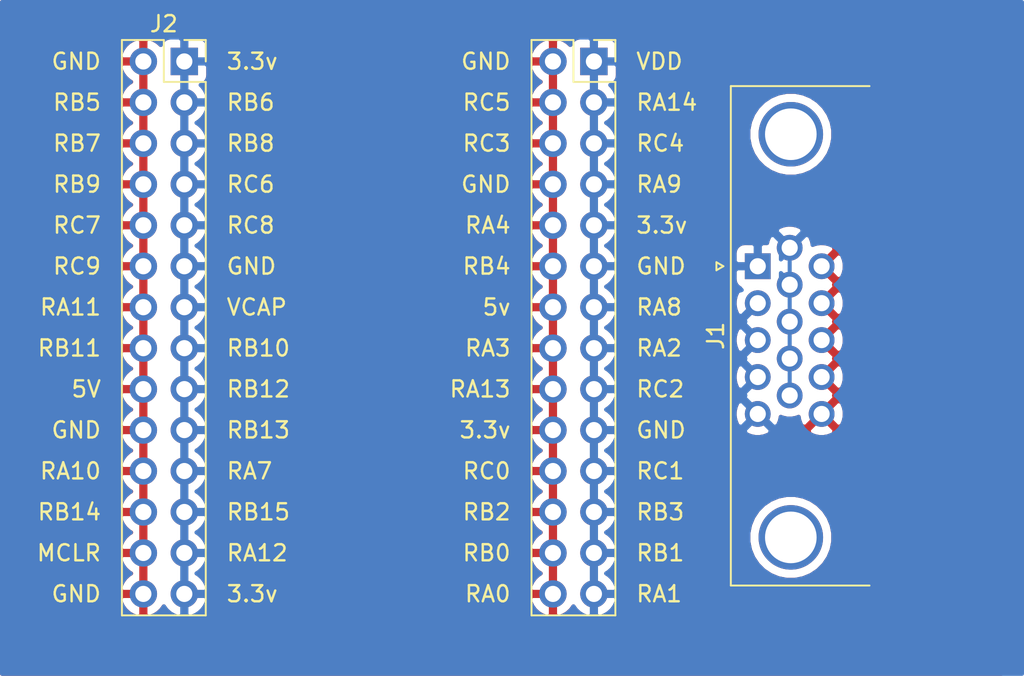
<source format=kicad_pcb>
(kicad_pcb (version 20171130) (host pcbnew "(5.1.5)-3")

  (general
    (thickness 1.6)
    (drawings 0)
    (tracks 1)
    (zones 0)
    (modules 2)
    (nets 3)
  )

  (page A4)
  (layers
    (0 F.Cu signal)
    (31 B.Cu signal)
    (32 B.Adhes user)
    (33 F.Adhes user)
    (34 B.Paste user)
    (35 F.Paste user)
    (36 B.SilkS user)
    (37 F.SilkS user)
    (38 B.Mask user)
    (39 F.Mask user)
    (40 Dwgs.User user)
    (41 Cmts.User user)
    (42 Eco1.User user)
    (43 Eco2.User user)
    (44 Edge.Cuts user)
    (45 Margin user)
    (46 B.CrtYd user)
    (47 F.CrtYd user)
    (48 B.Fab user)
    (49 F.Fab user)
  )

  (setup
    (last_trace_width 0.25)
    (trace_clearance 0.2)
    (zone_clearance 0.508)
    (zone_45_only no)
    (trace_min 0.2)
    (via_size 0.8)
    (via_drill 0.4)
    (via_min_size 0.4)
    (via_min_drill 0.3)
    (uvia_size 0.3)
    (uvia_drill 0.1)
    (uvias_allowed no)
    (uvia_min_size 0.2)
    (uvia_min_drill 0.1)
    (edge_width 0.05)
    (segment_width 0.2)
    (pcb_text_width 0.3)
    (pcb_text_size 1.5 1.5)
    (mod_edge_width 0.12)
    (mod_text_size 1 1)
    (mod_text_width 0.15)
    (pad_size 1.524 1.524)
    (pad_drill 0.762)
    (pad_to_mask_clearance 0.051)
    (solder_mask_min_width 0.25)
    (aux_axis_origin 0 0)
    (visible_elements FFFFFF7F)
    (pcbplotparams
      (layerselection 0x010fc_ffffffff)
      (usegerberextensions false)
      (usegerberattributes false)
      (usegerberadvancedattributes false)
      (creategerberjobfile false)
      (excludeedgelayer true)
      (linewidth 0.100000)
      (plotframeref false)
      (viasonmask false)
      (mode 1)
      (useauxorigin false)
      (hpglpennumber 1)
      (hpglpenspeed 20)
      (hpglpendiameter 15.000000)
      (psnegative false)
      (psa4output false)
      (plotreference true)
      (plotvalue true)
      (plotinvisibletext false)
      (padsonsilk false)
      (subtractmaskfromsilk false)
      (outputformat 1)
      (mirror false)
      (drillshape 1)
      (scaleselection 1)
      (outputdirectory ""))
  )

  (net 0 "")
  (net 1 "Net-(J1-Pad11)")
  (net 2 "Net-(J1-Pad1)")

  (net_class Default "This is the default net class."
    (clearance 0.2)
    (trace_width 0.25)
    (via_dia 0.8)
    (via_drill 0.4)
    (uvia_dia 0.3)
    (uvia_drill 0.1)
    (add_net "Net-(J1-Pad1)")
    (add_net "Net-(J1-Pad11)")
  )

  (module custom:2xPinHeader_2x14_P2.54mm_Vertical locked (layer F.Cu) (tedit 5EAEB19F) (tstamp 5EAF2C09)
    (at 113.03 49.53)
    (descr "2 blocks of through hole straight pin header, 2x14, 2.54mm pitch, double rows")
    (tags "Through hole pin header THT 2x14 2.54mm double row")
    (path /5EB69B1A)
    (fp_text reference J2 (at 1.27 -2.33) (layer F.SilkS)
      (effects (font (size 1 1) (thickness 0.15)))
    )
    (fp_text value Conn_02x28_Counter_Clockwise (at 15.24 35.56) (layer F.Fab)
      (effects (font (size 1 1) (thickness 0.15)))
    )
    (fp_text user GND (at 22.86 0) (layer F.SilkS)
      (effects (font (size 1 1) (thickness 0.15)) (justify right))
    )
    (fp_text user RC3 (at 22.86 5.08) (layer F.SilkS)
      (effects (font (size 1 1) (thickness 0.15)) (justify right))
    )
    (fp_text user RC5 (at 22.86 2.54) (layer F.SilkS)
      (effects (font (size 1 1) (thickness 0.15)) (justify right))
    )
    (fp_text user GND (at 22.86 7.62) (layer F.SilkS)
      (effects (font (size 1 1) (thickness 0.15)) (justify right))
    )
    (fp_text user RA4 (at 22.86 10.16) (layer F.SilkS)
      (effects (font (size 1 1) (thickness 0.15)) (justify right))
    )
    (fp_text user RC4 (at 30.48 5.08) (layer F.SilkS)
      (effects (font (size 1 1) (thickness 0.15)) (justify left))
    )
    (fp_text user RA14 (at 30.48 2.54) (layer F.SilkS)
      (effects (font (size 1 1) (thickness 0.15)) (justify left))
    )
    (fp_text user RB2 (at 22.86 27.94) (layer F.SilkS)
      (effects (font (size 1 1) (thickness 0.15)) (justify right))
    )
    (fp_text user RA0 (at 22.86 33.02) (layer F.SilkS)
      (effects (font (size 1 1) (thickness 0.15)) (justify right))
    )
    (fp_text user 5v (at 22.86 15.24) (layer F.SilkS)
      (effects (font (size 1 1) (thickness 0.15)) (justify right))
    )
    (fp_text user RB0 (at 22.86 30.48) (layer F.SilkS)
      (effects (font (size 1 1) (thickness 0.15)) (justify right))
    )
    (fp_text user VDD (at 30.48 0) (layer F.SilkS)
      (effects (font (size 1 1) (thickness 0.15)) (justify left))
    )
    (fp_text user RA9 (at 30.48 7.62) (layer F.SilkS)
      (effects (font (size 1 1) (thickness 0.15)) (justify left))
    )
    (fp_text user GND (at 30.48 12.7) (layer F.SilkS)
      (effects (font (size 1 1) (thickness 0.15)) (justify left))
    )
    (fp_text user RB4 (at 22.86 12.7) (layer F.SilkS)
      (effects (font (size 1 1) (thickness 0.15)) (justify right))
    )
    (fp_text user 3.3v (at 22.86 22.86) (layer F.SilkS)
      (effects (font (size 1 1) (thickness 0.15)) (justify right))
    )
    (fp_text user RA8 (at 30.48 15.24) (layer F.SilkS)
      (effects (font (size 1 1) (thickness 0.15)) (justify left))
    )
    (fp_text user RA13 (at 22.86 20.32) (layer F.SilkS)
      (effects (font (size 1 1) (thickness 0.15)) (justify right))
    )
    (fp_text user RC0 (at 22.86 25.4) (layer F.SilkS)
      (effects (font (size 1 1) (thickness 0.15)) (justify right))
    )
    (fp_text user RA3 (at 22.86 17.78) (layer F.SilkS)
      (effects (font (size 1 1) (thickness 0.15)) (justify right))
    )
    (fp_text user 3.3v (at 30.48 10.16) (layer F.SilkS)
      (effects (font (size 1 1) (thickness 0.15)) (justify left))
    )
    (fp_text user RB1 (at 30.48 30.48) (layer F.SilkS)
      (effects (font (size 1 1) (thickness 0.15)) (justify left))
    )
    (fp_text user RB3 (at 30.48 27.94) (layer F.SilkS)
      (effects (font (size 1 1) (thickness 0.15)) (justify left))
    )
    (fp_text user RC2 (at 30.48 20.32) (layer F.SilkS)
      (effects (font (size 1 1) (thickness 0.15)) (justify left))
    )
    (fp_text user RA2 (at 30.48 17.78) (layer F.SilkS)
      (effects (font (size 1 1) (thickness 0.15)) (justify left))
    )
    (fp_text user GND (at 30.48 22.86) (layer F.SilkS)
      (effects (font (size 1 1) (thickness 0.15)) (justify left))
    )
    (fp_text user RA1 (at 30.48 33.02) (layer F.SilkS)
      (effects (font (size 1 1) (thickness 0.15)) (justify left))
    )
    (fp_text user RC1 (at 30.48 25.4) (layer F.SilkS)
      (effects (font (size 1 1) (thickness 0.15)) (justify left))
    )
    (fp_text user RB13 (at 5.08 22.86) (layer F.SilkS)
      (effects (font (size 1 1) (thickness 0.15)) (justify left))
    )
    (fp_text user RB12 (at 5.08 20.32) (layer F.SilkS)
      (effects (font (size 1 1) (thickness 0.15)) (justify left))
    )
    (fp_text user RB10 (at 5.08 17.78) (layer F.SilkS)
      (effects (font (size 1 1) (thickness 0.15)) (justify left))
    )
    (fp_text user RA7 (at 5.08 25.4) (layer F.SilkS)
      (effects (font (size 1 1) (thickness 0.15)) (justify left))
    )
    (fp_text user RA12 (at 5.08 30.48) (layer F.SilkS)
      (effects (font (size 1 1) (thickness 0.15)) (justify left))
    )
    (fp_text user 3.3v (at 5.08 33.02) (layer F.SilkS)
      (effects (font (size 1 1) (thickness 0.15)) (justify left))
    )
    (fp_text user RB15 (at 5.08 27.94) (layer F.SilkS)
      (effects (font (size 1 1) (thickness 0.15)) (justify left))
    )
    (fp_text user VCAP (at 5.08 15.24) (layer F.SilkS)
      (effects (font (size 1 1) (thickness 0.15)) (justify left))
    )
    (fp_text user GND (at 5.08 12.7) (layer F.SilkS)
      (effects (font (size 1 1) (thickness 0.15)) (justify left))
    )
    (fp_text user RC8 (at 5.08 10.16) (layer F.SilkS)
      (effects (font (size 1 1) (thickness 0.15)) (justify left))
    )
    (fp_text user RC6 (at 5.08 7.62) (layer F.SilkS)
      (effects (font (size 1 1) (thickness 0.15)) (justify left))
    )
    (fp_text user RB8 (at 5.08 5.08) (layer F.SilkS)
      (effects (font (size 1 1) (thickness 0.15)) (justify left))
    )
    (fp_text user RB6 (at 5.08 2.54) (layer F.SilkS)
      (effects (font (size 1 1) (thickness 0.15)) (justify left))
    )
    (fp_text user 3.3v (at 5.08 0) (layer F.SilkS)
      (effects (font (size 1 1) (thickness 0.15)) (justify left))
    )
    (fp_text user MCLR (at -2.54 30.48) (layer F.SilkS)
      (effects (font (size 1 1) (thickness 0.15)) (justify right))
    )
    (fp_text user 5V (at -2.54 20.32) (layer F.SilkS)
      (effects (font (size 1 1) (thickness 0.15)) (justify right))
    )
    (fp_text user GND (at -2.54 33.02) (layer F.SilkS)
      (effects (font (size 1 1) (thickness 0.15)) (justify right))
    )
    (fp_text user RA10 (at -2.54 25.4) (layer F.SilkS)
      (effects (font (size 1 1) (thickness 0.15)) (justify right))
    )
    (fp_text user GND (at -2.54 22.86) (layer F.SilkS)
      (effects (font (size 1 1) (thickness 0.15)) (justify right))
    )
    (fp_text user RB14 (at -2.54 27.94) (layer F.SilkS)
      (effects (font (size 1 1) (thickness 0.15)) (justify right))
    )
    (fp_text user RB11 (at -2.54 17.78) (layer F.SilkS)
      (effects (font (size 1 1) (thickness 0.15)) (justify right))
    )
    (fp_text user RA11 (at -2.54 15.24) (layer F.SilkS)
      (effects (font (size 1 1) (thickness 0.15)) (justify right))
    )
    (fp_text user RC9 (at -2.54 12.7) (layer F.SilkS)
      (effects (font (size 1 1) (thickness 0.15)) (justify right))
    )
    (fp_text user RC7 (at -2.54 10.16) (layer F.SilkS)
      (effects (font (size 1 1) (thickness 0.15)) (justify right))
    )
    (fp_text user RB9 (at -2.54 7.62) (layer F.SilkS)
      (effects (font (size 1 1) (thickness 0.15)) (justify right))
    )
    (fp_text user RB7 (at -2.54 5.08) (layer F.SilkS)
      (effects (font (size 1 1) (thickness 0.15)) (justify right))
    )
    (fp_text user RB5 (at -2.54 2.54) (layer F.SilkS)
      (effects (font (size 1 1) (thickness 0.15)) (justify right))
    )
    (fp_text user GND (at -2.54 0) (layer F.SilkS)
      (effects (font (size 1 1) (thickness 0.15)) (justify right))
    )
    (fp_line (start 29.27 34.35) (end 24.07 34.35) (layer F.SilkS) (width 0.12))
    (fp_line (start 24.13 -1.27) (end 24.13 34.29) (layer F.Fab) (width 0.1))
    (fp_line (start 29.27 1.27) (end 26.67 1.27) (layer F.SilkS) (width 0.12))
    (fp_line (start 29.27 0) (end 29.27 -1.33) (layer F.SilkS) (width 0.12))
    (fp_line (start 29.75 -1.8) (end 23.6 -1.8) (layer F.CrtYd) (width 0.05))
    (fp_line (start 29.21 34.29) (end 29.21 0) (layer F.Fab) (width 0.1))
    (fp_line (start 29.21 0) (end 27.94 -1.27) (layer F.Fab) (width 0.1))
    (fp_line (start 23.6 -1.8) (end 23.6 34.8) (layer F.CrtYd) (width 0.05))
    (fp_line (start 24.13 34.29) (end 29.21 34.29) (layer F.Fab) (width 0.1))
    (fp_line (start 24.07 -1.33) (end 24.07 34.35) (layer F.SilkS) (width 0.12))
    (fp_line (start 26.67 1.27) (end 26.67 -1.33) (layer F.SilkS) (width 0.12))
    (fp_line (start 29.75 34.8) (end 29.75 -1.8) (layer F.CrtYd) (width 0.05))
    (fp_line (start 29.27 -1.33) (end 27.94 -1.33) (layer F.SilkS) (width 0.12))
    (fp_line (start 26.67 -1.33) (end 24.07 -1.33) (layer F.SilkS) (width 0.12))
    (fp_line (start 23.6 34.8) (end 29.75 34.8) (layer F.CrtYd) (width 0.05))
    (fp_line (start 29.27 1.27) (end 29.27 34.35) (layer F.SilkS) (width 0.12))
    (fp_line (start 27.94 -1.27) (end 24.13 -1.27) (layer F.Fab) (width 0.1))
    (fp_text user %R (at 13.97 17.78 90) (layer F.Fab)
      (effects (font (size 1 1) (thickness 0.15)))
    )
    (fp_line (start -1.81 -1.8) (end 4.34 -1.8) (layer F.CrtYd) (width 0.05))
    (fp_line (start 4.35 34.8) (end 4.35 -1.8) (layer F.CrtYd) (width 0.05))
    (fp_line (start -1.8 34.8) (end 4.35 34.8) (layer F.CrtYd) (width 0.05))
    (fp_line (start -1.8 -1.8) (end -1.8 34.8) (layer F.CrtYd) (width 0.05))
    (fp_line (start 3.87 -1.33) (end 2.54 -1.33) (layer F.SilkS) (width 0.12))
    (fp_line (start 3.87 0) (end 3.87 -1.33) (layer F.SilkS) (width 0.12))
    (fp_line (start 1.27 -1.33) (end -1.33 -1.33) (layer F.SilkS) (width 0.12))
    (fp_line (start 1.27 1.27) (end 1.27 -1.33) (layer F.SilkS) (width 0.12))
    (fp_line (start 3.87 1.27) (end 1.27 1.27) (layer F.SilkS) (width 0.12))
    (fp_line (start -1.33 -1.33) (end -1.33 34.35) (layer F.SilkS) (width 0.12))
    (fp_line (start 3.87 1.27) (end 3.87 34.35) (layer F.SilkS) (width 0.12))
    (fp_line (start 3.87 34.35) (end -1.33 34.35) (layer F.SilkS) (width 0.12))
    (fp_line (start 3.81 0) (end 2.54 -1.27) (layer F.Fab) (width 0.1))
    (fp_line (start 3.81 34.29) (end 3.81 0) (layer F.Fab) (width 0.1))
    (fp_line (start -1.27 34.29) (end 3.81 34.29) (layer F.Fab) (width 0.1))
    (fp_line (start -1.27 -1.27) (end -1.27 34.29) (layer F.Fab) (width 0.1))
    (fp_line (start 2.54 -1.27) (end -1.27 -1.27) (layer F.Fab) (width 0.1))
    (pad 46 thru_hole oval (at 25.4 20.32) (size 1.7 1.7) (drill 1) (layers *.Cu *.Mask)
      (net 1 "Net-(J1-Pad11)"))
    (pad 47 thru_hole oval (at 27.94 22.86) (size 1.7 1.7) (drill 1) (layers *.Cu *.Mask)
      (net 2 "Net-(J1-Pad1)"))
    (pad 51 thru_hole oval (at 27.94 27.94) (size 1.7 1.7) (drill 1) (layers *.Cu *.Mask)
      (net 2 "Net-(J1-Pad1)"))
    (pad 52 thru_hole oval (at 25.4 27.94) (size 1.7 1.7) (drill 1) (layers *.Cu *.Mask)
      (net 1 "Net-(J1-Pad11)"))
    (pad 48 thru_hole oval (at 25.4 22.86) (size 1.7 1.7) (drill 1) (layers *.Cu *.Mask)
      (net 1 "Net-(J1-Pad11)"))
    (pad 54 thru_hole oval (at 25.4 30.48) (size 1.7 1.7) (drill 1) (layers *.Cu *.Mask)
      (net 1 "Net-(J1-Pad11)"))
    (pad 38 thru_hole oval (at 25.4 10.16) (size 1.7 1.7) (drill 1) (layers *.Cu *.Mask)
      (net 1 "Net-(J1-Pad11)"))
    (pad 37 thru_hole oval (at 27.94 10.16) (size 1.7 1.7) (drill 1) (layers *.Cu *.Mask)
      (net 2 "Net-(J1-Pad1)"))
    (pad 50 thru_hole oval (at 25.4 25.4) (size 1.7 1.7) (drill 1) (layers *.Cu *.Mask)
      (net 1 "Net-(J1-Pad11)"))
    (pad 44 thru_hole oval (at 25.4 17.78) (size 1.7 1.7) (drill 1) (layers *.Cu *.Mask)
      (net 1 "Net-(J1-Pad11)"))
    (pad 40 thru_hole oval (at 25.4 12.7) (size 1.7 1.7) (drill 1) (layers *.Cu *.Mask)
      (net 1 "Net-(J1-Pad11)"))
    (pad 41 thru_hole oval (at 27.94 15.24) (size 1.7 1.7) (drill 1) (layers *.Cu *.Mask)
      (net 2 "Net-(J1-Pad1)"))
    (pad 43 thru_hole oval (at 27.94 17.78) (size 1.7 1.7) (drill 1) (layers *.Cu *.Mask)
      (net 2 "Net-(J1-Pad1)"))
    (pad 53 thru_hole oval (at 27.94 30.48) (size 1.7 1.7) (drill 1) (layers *.Cu *.Mask)
      (net 2 "Net-(J1-Pad1)"))
    (pad 45 thru_hole oval (at 27.94 20.32) (size 1.7 1.7) (drill 1) (layers *.Cu *.Mask)
      (net 2 "Net-(J1-Pad1)"))
    (pad 36 thru_hole oval (at 25.4 7.62) (size 1.7 1.7) (drill 1) (layers *.Cu *.Mask)
      (net 1 "Net-(J1-Pad11)"))
    (pad 42 thru_hole oval (at 25.4 15.24) (size 1.7 1.7) (drill 1) (layers *.Cu *.Mask)
      (net 1 "Net-(J1-Pad11)"))
    (pad 55 thru_hole oval (at 27.94 33.02) (size 1.7 1.7) (drill 1) (layers *.Cu *.Mask)
      (net 2 "Net-(J1-Pad1)"))
    (pad 56 thru_hole oval (at 25.4 33.02) (size 1.7 1.7) (drill 1) (layers *.Cu *.Mask)
      (net 1 "Net-(J1-Pad11)"))
    (pad 39 thru_hole oval (at 27.94 12.7) (size 1.7 1.7) (drill 1) (layers *.Cu *.Mask)
      (net 2 "Net-(J1-Pad1)"))
    (pad 49 thru_hole oval (at 27.94 25.4) (size 1.7 1.7) (drill 1) (layers *.Cu *.Mask)
      (net 2 "Net-(J1-Pad1)"))
    (pad 34 thru_hole oval (at 25.4 5.08) (size 1.7 1.7) (drill 1) (layers *.Cu *.Mask)
      (net 1 "Net-(J1-Pad11)"))
    (pad 35 thru_hole oval (at 27.94 7.62) (size 1.7 1.7) (drill 1) (layers *.Cu *.Mask)
      (net 2 "Net-(J1-Pad1)"))
    (pad 29 thru_hole rect (at 27.94 0) (size 1.7 1.7) (drill 1) (layers *.Cu *.Mask)
      (net 2 "Net-(J1-Pad1)"))
    (pad 30 thru_hole oval (at 25.4 0) (size 1.7 1.7) (drill 1) (layers *.Cu *.Mask)
      (net 1 "Net-(J1-Pad11)"))
    (pad 31 thru_hole oval (at 27.94 2.54) (size 1.7 1.7) (drill 1) (layers *.Cu *.Mask)
      (net 2 "Net-(J1-Pad1)"))
    (pad 32 thru_hole oval (at 25.4 2.54) (size 1.7 1.7) (drill 1) (layers *.Cu *.Mask)
      (net 1 "Net-(J1-Pad11)"))
    (pad 33 thru_hole oval (at 27.94 5.08) (size 1.7 1.7) (drill 1) (layers *.Cu *.Mask)
      (net 2 "Net-(J1-Pad1)"))
    (pad 28 thru_hole oval (at 0 33.02) (size 1.7 1.7) (drill 1) (layers *.Cu *.Mask)
      (net 1 "Net-(J1-Pad11)"))
    (pad 27 thru_hole oval (at 2.54 33.02) (size 1.7 1.7) (drill 1) (layers *.Cu *.Mask)
      (net 2 "Net-(J1-Pad1)"))
    (pad 26 thru_hole oval (at 0 30.48) (size 1.7 1.7) (drill 1) (layers *.Cu *.Mask)
      (net 1 "Net-(J1-Pad11)"))
    (pad 25 thru_hole oval (at 2.54 30.48) (size 1.7 1.7) (drill 1) (layers *.Cu *.Mask)
      (net 2 "Net-(J1-Pad1)"))
    (pad 24 thru_hole oval (at 0 27.94) (size 1.7 1.7) (drill 1) (layers *.Cu *.Mask)
      (net 1 "Net-(J1-Pad11)"))
    (pad 23 thru_hole oval (at 2.54 27.94) (size 1.7 1.7) (drill 1) (layers *.Cu *.Mask)
      (net 2 "Net-(J1-Pad1)"))
    (pad 22 thru_hole oval (at 0 25.4) (size 1.7 1.7) (drill 1) (layers *.Cu *.Mask)
      (net 1 "Net-(J1-Pad11)"))
    (pad 21 thru_hole oval (at 2.54 25.4) (size 1.7 1.7) (drill 1) (layers *.Cu *.Mask)
      (net 2 "Net-(J1-Pad1)"))
    (pad 20 thru_hole oval (at 0 22.86) (size 1.7 1.7) (drill 1) (layers *.Cu *.Mask)
      (net 1 "Net-(J1-Pad11)"))
    (pad 19 thru_hole oval (at 2.54 22.86) (size 1.7 1.7) (drill 1) (layers *.Cu *.Mask)
      (net 2 "Net-(J1-Pad1)"))
    (pad 18 thru_hole oval (at 0 20.32) (size 1.7 1.7) (drill 1) (layers *.Cu *.Mask)
      (net 1 "Net-(J1-Pad11)"))
    (pad 17 thru_hole oval (at 2.54 20.32) (size 1.7 1.7) (drill 1) (layers *.Cu *.Mask)
      (net 2 "Net-(J1-Pad1)"))
    (pad 16 thru_hole oval (at 0 17.78) (size 1.7 1.7) (drill 1) (layers *.Cu *.Mask)
      (net 1 "Net-(J1-Pad11)"))
    (pad 15 thru_hole oval (at 2.54 17.78) (size 1.7 1.7) (drill 1) (layers *.Cu *.Mask)
      (net 2 "Net-(J1-Pad1)"))
    (pad 14 thru_hole oval (at 0 15.24) (size 1.7 1.7) (drill 1) (layers *.Cu *.Mask)
      (net 1 "Net-(J1-Pad11)"))
    (pad 13 thru_hole oval (at 2.54 15.24) (size 1.7 1.7) (drill 1) (layers *.Cu *.Mask)
      (net 2 "Net-(J1-Pad1)"))
    (pad 12 thru_hole oval (at 0 12.7) (size 1.7 1.7) (drill 1) (layers *.Cu *.Mask)
      (net 1 "Net-(J1-Pad11)"))
    (pad 11 thru_hole oval (at 2.54 12.7) (size 1.7 1.7) (drill 1) (layers *.Cu *.Mask)
      (net 2 "Net-(J1-Pad1)"))
    (pad 10 thru_hole oval (at 0 10.16) (size 1.7 1.7) (drill 1) (layers *.Cu *.Mask)
      (net 1 "Net-(J1-Pad11)"))
    (pad 9 thru_hole oval (at 2.54 10.16) (size 1.7 1.7) (drill 1) (layers *.Cu *.Mask)
      (net 2 "Net-(J1-Pad1)"))
    (pad 8 thru_hole oval (at 0 7.62) (size 1.7 1.7) (drill 1) (layers *.Cu *.Mask)
      (net 1 "Net-(J1-Pad11)"))
    (pad 7 thru_hole oval (at 2.54 7.62) (size 1.7 1.7) (drill 1) (layers *.Cu *.Mask)
      (net 2 "Net-(J1-Pad1)"))
    (pad 6 thru_hole oval (at 0 5.08) (size 1.7 1.7) (drill 1) (layers *.Cu *.Mask)
      (net 1 "Net-(J1-Pad11)"))
    (pad 5 thru_hole oval (at 2.54 5.08) (size 1.7 1.7) (drill 1) (layers *.Cu *.Mask)
      (net 2 "Net-(J1-Pad1)"))
    (pad 4 thru_hole oval (at 0 2.54) (size 1.7 1.7) (drill 1) (layers *.Cu *.Mask)
      (net 1 "Net-(J1-Pad11)"))
    (pad 3 thru_hole oval (at 2.54 2.54) (size 1.7 1.7) (drill 1) (layers *.Cu *.Mask)
      (net 2 "Net-(J1-Pad1)"))
    (pad 2 thru_hole oval (at 0 0) (size 1.7 1.7) (drill 1) (layers *.Cu *.Mask)
      (net 1 "Net-(J1-Pad11)"))
    (pad 1 thru_hole rect (at 2.54 0) (size 1.7 1.7) (drill 1) (layers *.Cu *.Mask)
      (net 2 "Net-(J1-Pad1)"))
    (model ${KISYS3DMOD}/Connector_PinHeader_2.54mm.3dshapes/PinHeader_2x14_P2.54mm_Vertical.wrl
      (at (xyz 0 0 0))
      (scale (xyz 1 1 1))
      (rotate (xyz 0 0 0))
    )
  )

  (module Connector_Dsub:DSUB-15-HD_Female_Horizontal_P2.29x1.98mm_EdgePinOffset3.03mm_Housed_MountingHolesOffset4.94mm locked (layer F.Cu) (tedit 59FEDEE2) (tstamp 5EAF2B72)
    (at 151.13 62.23 90)
    (descr "15-pin D-Sub connector, horizontal/angled (90 deg), THT-mount, female, pitch 2.29x1.98mm, pin-PCB-offset 3.0300000000000002mm, distance of mounting holes 25mm, distance of mounting holes to PCB edge 4.9399999999999995mm, see https://disti-assets.s3.amazonaws.com/tonar/files/datasheets/16730.pdf")
    (tags "15-pin D-Sub connector horizontal angled 90deg THT female pitch 2.29x1.98mm pin-PCB-offset 3.0300000000000002mm mounting-holes-distance 25mm mounting-hole-offset 25mm")
    (path /5EADEAD1)
    (fp_text reference J1 (at -4.315 -2.61 90) (layer F.SilkS)
      (effects (font (size 1 1) (thickness 0.15)))
    )
    (fp_text value DB15_Female_HighDensity (at -4.315 14.89 90) (layer F.Fab)
      (effects (font (size 1 1) (thickness 0.15)))
    )
    (fp_text user %R (at -4.315 10.39 90) (layer F.Fab)
      (effects (font (size 1 1) (thickness 0.15)))
    )
    (fp_line (start 11.65 -2.15) (end -20.25 -2.15) (layer F.CrtYd) (width 0.05))
    (fp_line (start 11.65 13.9) (end 11.65 -2.15) (layer F.CrtYd) (width 0.05))
    (fp_line (start -20.25 13.9) (end 11.65 13.9) (layer F.CrtYd) (width 0.05))
    (fp_line (start -20.25 -2.15) (end -20.25 13.9) (layer F.CrtYd) (width 0.05))
    (fp_line (start 0 -2.131325) (end -0.25 -2.564338) (layer F.SilkS) (width 0.12))
    (fp_line (start 0.25 -2.564338) (end 0 -2.131325) (layer F.SilkS) (width 0.12))
    (fp_line (start -0.25 -2.564338) (end 0.25 -2.564338) (layer F.SilkS) (width 0.12))
    (fp_line (start 11.17 -1.67) (end 11.17 6.93) (layer F.SilkS) (width 0.12))
    (fp_line (start -19.8 -1.67) (end 11.17 -1.67) (layer F.SilkS) (width 0.12))
    (fp_line (start -19.8 6.93) (end -19.8 -1.67) (layer F.SilkS) (width 0.12))
    (fp_line (start 9.785 6.99) (end 9.785 2.05) (layer F.Fab) (width 0.1))
    (fp_line (start 6.585 6.99) (end 6.585 2.05) (layer F.Fab) (width 0.1))
    (fp_line (start -15.215 6.99) (end -15.215 2.05) (layer F.Fab) (width 0.1))
    (fp_line (start -18.415 6.99) (end -18.415 2.05) (layer F.Fab) (width 0.1))
    (fp_line (start 10.685 7.39) (end 5.685 7.39) (layer F.Fab) (width 0.1))
    (fp_line (start 10.685 12.39) (end 10.685 7.39) (layer F.Fab) (width 0.1))
    (fp_line (start 5.685 12.39) (end 10.685 12.39) (layer F.Fab) (width 0.1))
    (fp_line (start 5.685 7.39) (end 5.685 12.39) (layer F.Fab) (width 0.1))
    (fp_line (start -14.315 7.39) (end -19.315 7.39) (layer F.Fab) (width 0.1))
    (fp_line (start -14.315 12.39) (end -14.315 7.39) (layer F.Fab) (width 0.1))
    (fp_line (start -19.315 12.39) (end -14.315 12.39) (layer F.Fab) (width 0.1))
    (fp_line (start -19.315 7.39) (end -19.315 12.39) (layer F.Fab) (width 0.1))
    (fp_line (start 3.835 7.39) (end -12.465 7.39) (layer F.Fab) (width 0.1))
    (fp_line (start 3.835 13.39) (end 3.835 7.39) (layer F.Fab) (width 0.1))
    (fp_line (start -12.465 13.39) (end 3.835 13.39) (layer F.Fab) (width 0.1))
    (fp_line (start -12.465 7.39) (end -12.465 13.39) (layer F.Fab) (width 0.1))
    (fp_line (start 11.11 6.99) (end -19.74 6.99) (layer F.Fab) (width 0.1))
    (fp_line (start 11.11 7.39) (end 11.11 6.99) (layer F.Fab) (width 0.1))
    (fp_line (start -19.74 7.39) (end 11.11 7.39) (layer F.Fab) (width 0.1))
    (fp_line (start -19.74 6.99) (end -19.74 7.39) (layer F.Fab) (width 0.1))
    (fp_line (start 11.11 -1.61) (end -19.74 -1.61) (layer F.Fab) (width 0.1))
    (fp_line (start 11.11 6.99) (end 11.11 -1.61) (layer F.Fab) (width 0.1))
    (fp_line (start -19.74 6.99) (end 11.11 6.99) (layer F.Fab) (width 0.1))
    (fp_line (start -19.74 -1.61) (end -19.74 6.99) (layer F.Fab) (width 0.1))
    (fp_arc (start 8.185 2.05) (end 6.585 2.05) (angle 180) (layer F.Fab) (width 0.1))
    (fp_arc (start -16.815 2.05) (end -18.415 2.05) (angle 180) (layer F.Fab) (width 0.1))
    (pad 0 thru_hole circle (at 8.185 2.05 90) (size 4 4) (drill 3.2) (layers *.Cu *.Mask))
    (pad 0 thru_hole circle (at -16.815 2.05 90) (size 4 4) (drill 3.2) (layers *.Cu *.Mask))
    (pad 15 thru_hole circle (at -9.16 3.96 90) (size 1.6 1.6) (drill 1) (layers *.Cu *.Mask)
      (net 1 "Net-(J1-Pad11)"))
    (pad 14 thru_hole circle (at -6.87 3.96 90) (size 1.6 1.6) (drill 1) (layers *.Cu *.Mask)
      (net 1 "Net-(J1-Pad11)"))
    (pad 13 thru_hole circle (at -4.58 3.96 90) (size 1.6 1.6) (drill 1) (layers *.Cu *.Mask)
      (net 1 "Net-(J1-Pad11)"))
    (pad 12 thru_hole circle (at -2.29 3.96 90) (size 1.6 1.6) (drill 1) (layers *.Cu *.Mask)
      (net 1 "Net-(J1-Pad11)"))
    (pad 11 thru_hole circle (at 0 3.96 90) (size 1.6 1.6) (drill 1) (layers *.Cu *.Mask)
      (net 1 "Net-(J1-Pad11)"))
    (pad 10 thru_hole circle (at -8.015 1.98 90) (size 1.6 1.6) (drill 1) (layers *.Cu *.Mask)
      (net 2 "Net-(J1-Pad1)"))
    (pad 9 thru_hole circle (at -5.725 1.98 90) (size 1.6 1.6) (drill 1) (layers *.Cu *.Mask)
      (net 2 "Net-(J1-Pad1)"))
    (pad 8 thru_hole circle (at -3.435 1.98 90) (size 1.6 1.6) (drill 1) (layers *.Cu *.Mask)
      (net 2 "Net-(J1-Pad1)"))
    (pad 7 thru_hole circle (at -1.145 1.98 90) (size 1.6 1.6) (drill 1) (layers *.Cu *.Mask)
      (net 2 "Net-(J1-Pad1)"))
    (pad 6 thru_hole circle (at 1.145 1.98 90) (size 1.6 1.6) (drill 1) (layers *.Cu *.Mask)
      (net 2 "Net-(J1-Pad1)"))
    (pad 5 thru_hole circle (at -9.16 0 90) (size 1.6 1.6) (drill 1) (layers *.Cu *.Mask)
      (net 2 "Net-(J1-Pad1)"))
    (pad 4 thru_hole circle (at -6.87 0 90) (size 1.6 1.6) (drill 1) (layers *.Cu *.Mask)
      (net 2 "Net-(J1-Pad1)"))
    (pad 3 thru_hole circle (at -4.58 0 90) (size 1.6 1.6) (drill 1) (layers *.Cu *.Mask)
      (net 2 "Net-(J1-Pad1)"))
    (pad 2 thru_hole circle (at -2.29 0 90) (size 1.6 1.6) (drill 1) (layers *.Cu *.Mask)
      (net 2 "Net-(J1-Pad1)"))
    (pad 1 thru_hole rect (at 0 0 90) (size 1.6 1.6) (drill 1) (layers *.Cu *.Mask)
      (net 2 "Net-(J1-Pad1)"))
    (model ${KISYS3DMOD}/Connector_Dsub.3dshapes/DSUB-15-HD_Female_Horizontal_P2.29x1.98mm_EdgePinOffset3.03mm_Housed_MountingHolesOffset4.94mm.wrl
      (at (xyz 0 0 0))
      (scale (xyz 1 1 1))
      (rotate (xyz 0 0 0))
    )
  )

  (segment (start 153.11 61.085) (end 153.11 70.245) (width 0.25) (layer B.Cu) (net 2))

  (zone (net 2) (net_name "Net-(J1-Pad1)") (layer B.Cu) (tstamp 0) (hatch edge 0.508)
    (connect_pads (clearance 0.508))
    (min_thickness 0.254)
    (fill yes (arc_segments 32) (thermal_gap 0.508) (thermal_bridge_width 0.508))
    (polygon
      (pts
        (xy 167.64 87.63) (xy 104.14 87.63) (xy 104.14 45.72) (xy 167.64 45.72)
      )
    )
    (filled_polygon
      (pts
        (xy 167.513 87.503) (xy 104.267 87.503) (xy 104.267 49.38374) (xy 111.545 49.38374) (xy 111.545 49.67626)
        (xy 111.602068 49.963158) (xy 111.71401 50.233411) (xy 111.876525 50.476632) (xy 112.083368 50.683475) (xy 112.25776 50.8)
        (xy 112.083368 50.916525) (xy 111.876525 51.123368) (xy 111.71401 51.366589) (xy 111.602068 51.636842) (xy 111.545 51.92374)
        (xy 111.545 52.21626) (xy 111.602068 52.503158) (xy 111.71401 52.773411) (xy 111.876525 53.016632) (xy 112.083368 53.223475)
        (xy 112.25776 53.34) (xy 112.083368 53.456525) (xy 111.876525 53.663368) (xy 111.71401 53.906589) (xy 111.602068 54.176842)
        (xy 111.545 54.46374) (xy 111.545 54.75626) (xy 111.602068 55.043158) (xy 111.71401 55.313411) (xy 111.876525 55.556632)
        (xy 112.083368 55.763475) (xy 112.25776 55.88) (xy 112.083368 55.996525) (xy 111.876525 56.203368) (xy 111.71401 56.446589)
        (xy 111.602068 56.716842) (xy 111.545 57.00374) (xy 111.545 57.29626) (xy 111.602068 57.583158) (xy 111.71401 57.853411)
        (xy 111.876525 58.096632) (xy 112.083368 58.303475) (xy 112.25776 58.42) (xy 112.083368 58.536525) (xy 111.876525 58.743368)
        (xy 111.71401 58.986589) (xy 111.602068 59.256842) (xy 111.545 59.54374) (xy 111.545 59.83626) (xy 111.602068 60.123158)
        (xy 111.71401 60.393411) (xy 111.876525 60.636632) (xy 112.083368 60.843475) (xy 112.25776 60.96) (xy 112.083368 61.076525)
        (xy 111.876525 61.283368) (xy 111.71401 61.526589) (xy 111.602068 61.796842) (xy 111.545 62.08374) (xy 111.545 62.37626)
        (xy 111.602068 62.663158) (xy 111.71401 62.933411) (xy 111.876525 63.176632) (xy 112.083368 63.383475) (xy 112.25776 63.5)
        (xy 112.083368 63.616525) (xy 111.876525 63.823368) (xy 111.71401 64.066589) (xy 111.602068 64.336842) (xy 111.545 64.62374)
        (xy 111.545 64.91626) (xy 111.602068 65.203158) (xy 111.71401 65.473411) (xy 111.876525 65.716632) (xy 112.083368 65.923475)
        (xy 112.25776 66.04) (xy 112.083368 66.156525) (xy 111.876525 66.363368) (xy 111.71401 66.606589) (xy 111.602068 66.876842)
        (xy 111.545 67.16374) (xy 111.545 67.45626) (xy 111.602068 67.743158) (xy 111.71401 68.013411) (xy 111.876525 68.256632)
        (xy 112.083368 68.463475) (xy 112.25776 68.58) (xy 112.083368 68.696525) (xy 111.876525 68.903368) (xy 111.71401 69.146589)
        (xy 111.602068 69.416842) (xy 111.545 69.70374) (xy 111.545 69.99626) (xy 111.602068 70.283158) (xy 111.71401 70.553411)
        (xy 111.876525 70.796632) (xy 112.083368 71.003475) (xy 112.25776 71.12) (xy 112.083368 71.236525) (xy 111.876525 71.443368)
        (xy 111.71401 71.686589) (xy 111.602068 71.956842) (xy 111.545 72.24374) (xy 111.545 72.53626) (xy 111.602068 72.823158)
        (xy 111.71401 73.093411) (xy 111.876525 73.336632) (xy 112.083368 73.543475) (xy 112.25776 73.66) (xy 112.083368 73.776525)
        (xy 111.876525 73.983368) (xy 111.71401 74.226589) (xy 111.602068 74.496842) (xy 111.545 74.78374) (xy 111.545 75.07626)
        (xy 111.602068 75.363158) (xy 111.71401 75.633411) (xy 111.876525 75.876632) (xy 112.083368 76.083475) (xy 112.25776 76.2)
        (xy 112.083368 76.316525) (xy 111.876525 76.523368) (xy 111.71401 76.766589) (xy 111.602068 77.036842) (xy 111.545 77.32374)
        (xy 111.545 77.61626) (xy 111.602068 77.903158) (xy 111.71401 78.173411) (xy 111.876525 78.416632) (xy 112.083368 78.623475)
        (xy 112.25776 78.74) (xy 112.083368 78.856525) (xy 111.876525 79.063368) (xy 111.71401 79.306589) (xy 111.602068 79.576842)
        (xy 111.545 79.86374) (xy 111.545 80.15626) (xy 111.602068 80.443158) (xy 111.71401 80.713411) (xy 111.876525 80.956632)
        (xy 112.083368 81.163475) (xy 112.25776 81.28) (xy 112.083368 81.396525) (xy 111.876525 81.603368) (xy 111.71401 81.846589)
        (xy 111.602068 82.116842) (xy 111.545 82.40374) (xy 111.545 82.69626) (xy 111.602068 82.983158) (xy 111.71401 83.253411)
        (xy 111.876525 83.496632) (xy 112.083368 83.703475) (xy 112.326589 83.86599) (xy 112.596842 83.977932) (xy 112.88374 84.035)
        (xy 113.17626 84.035) (xy 113.463158 83.977932) (xy 113.733411 83.86599) (xy 113.976632 83.703475) (xy 114.183475 83.496632)
        (xy 114.3011 83.320594) (xy 114.472412 83.550269) (xy 114.688645 83.745178) (xy 114.938748 83.894157) (xy 115.213109 83.991481)
        (xy 115.443 83.870814) (xy 115.443 82.677) (xy 115.697 82.677) (xy 115.697 83.870814) (xy 115.926891 83.991481)
        (xy 116.201252 83.894157) (xy 116.451355 83.745178) (xy 116.667588 83.550269) (xy 116.841641 83.31692) (xy 116.966825 83.054099)
        (xy 117.011476 82.90689) (xy 116.890155 82.677) (xy 115.697 82.677) (xy 115.443 82.677) (xy 115.423 82.677)
        (xy 115.423 82.423) (xy 115.443 82.423) (xy 115.443 80.137) (xy 115.697 80.137) (xy 115.697 82.423)
        (xy 116.890155 82.423) (xy 117.011476 82.19311) (xy 116.966825 82.045901) (xy 116.841641 81.78308) (xy 116.667588 81.549731)
        (xy 116.451355 81.354822) (xy 116.325745 81.28) (xy 116.451355 81.205178) (xy 116.667588 81.010269) (xy 116.841641 80.77692)
        (xy 116.966825 80.514099) (xy 117.011476 80.36689) (xy 116.890155 80.137) (xy 115.697 80.137) (xy 115.443 80.137)
        (xy 115.423 80.137) (xy 115.423 79.883) (xy 115.443 79.883) (xy 115.443 77.597) (xy 115.697 77.597)
        (xy 115.697 79.883) (xy 116.890155 79.883) (xy 117.011476 79.65311) (xy 116.966825 79.505901) (xy 116.841641 79.24308)
        (xy 116.667588 79.009731) (xy 116.451355 78.814822) (xy 116.325745 78.74) (xy 116.451355 78.665178) (xy 116.667588 78.470269)
        (xy 116.841641 78.23692) (xy 116.966825 77.974099) (xy 117.011476 77.82689) (xy 116.890155 77.597) (xy 115.697 77.597)
        (xy 115.443 77.597) (xy 115.423 77.597) (xy 115.423 77.343) (xy 115.443 77.343) (xy 115.443 75.057)
        (xy 115.697 75.057) (xy 115.697 77.343) (xy 116.890155 77.343) (xy 117.011476 77.11311) (xy 116.966825 76.965901)
        (xy 116.841641 76.70308) (xy 116.667588 76.469731) (xy 116.451355 76.274822) (xy 116.325745 76.2) (xy 116.451355 76.125178)
        (xy 116.667588 75.930269) (xy 116.841641 75.69692) (xy 116.966825 75.434099) (xy 117.011476 75.28689) (xy 116.890155 75.057)
        (xy 115.697 75.057) (xy 115.443 75.057) (xy 115.423 75.057) (xy 115.423 74.803) (xy 115.443 74.803)
        (xy 115.443 72.517) (xy 115.697 72.517) (xy 115.697 74.803) (xy 116.890155 74.803) (xy 117.011476 74.57311)
        (xy 116.966825 74.425901) (xy 116.841641 74.16308) (xy 116.667588 73.929731) (xy 116.451355 73.734822) (xy 116.325745 73.66)
        (xy 116.451355 73.585178) (xy 116.667588 73.390269) (xy 116.841641 73.15692) (xy 116.966825 72.894099) (xy 117.011476 72.74689)
        (xy 116.890155 72.517) (xy 115.697 72.517) (xy 115.443 72.517) (xy 115.423 72.517) (xy 115.423 72.263)
        (xy 115.443 72.263) (xy 115.443 69.977) (xy 115.697 69.977) (xy 115.697 72.263) (xy 116.890155 72.263)
        (xy 117.011476 72.03311) (xy 116.966825 71.885901) (xy 116.841641 71.62308) (xy 116.667588 71.389731) (xy 116.451355 71.194822)
        (xy 116.325745 71.12) (xy 116.451355 71.045178) (xy 116.667588 70.850269) (xy 116.841641 70.61692) (xy 116.966825 70.354099)
        (xy 117.011476 70.20689) (xy 116.890155 69.977) (xy 115.697 69.977) (xy 115.443 69.977) (xy 115.423 69.977)
        (xy 115.423 69.723) (xy 115.443 69.723) (xy 115.443 67.437) (xy 115.697 67.437) (xy 115.697 69.723)
        (xy 116.890155 69.723) (xy 117.011476 69.49311) (xy 116.966825 69.345901) (xy 116.841641 69.08308) (xy 116.667588 68.849731)
        (xy 116.451355 68.654822) (xy 116.325745 68.58) (xy 116.451355 68.505178) (xy 116.667588 68.310269) (xy 116.841641 68.07692)
        (xy 116.966825 67.814099) (xy 117.011476 67.66689) (xy 116.890155 67.437) (xy 115.697 67.437) (xy 115.443 67.437)
        (xy 115.423 67.437) (xy 115.423 67.183) (xy 115.443 67.183) (xy 115.443 64.897) (xy 115.697 64.897)
        (xy 115.697 67.183) (xy 116.890155 67.183) (xy 117.011476 66.95311) (xy 116.966825 66.805901) (xy 116.841641 66.54308)
        (xy 116.667588 66.309731) (xy 116.451355 66.114822) (xy 116.325745 66.04) (xy 116.451355 65.965178) (xy 116.667588 65.770269)
        (xy 116.841641 65.53692) (xy 116.966825 65.274099) (xy 117.011476 65.12689) (xy 116.890155 64.897) (xy 115.697 64.897)
        (xy 115.443 64.897) (xy 115.423 64.897) (xy 115.423 64.643) (xy 115.443 64.643) (xy 115.443 62.357)
        (xy 115.697 62.357) (xy 115.697 64.643) (xy 116.890155 64.643) (xy 117.011476 64.41311) (xy 116.966825 64.265901)
        (xy 116.841641 64.00308) (xy 116.667588 63.769731) (xy 116.451355 63.574822) (xy 116.325745 63.5) (xy 116.451355 63.425178)
        (xy 116.667588 63.230269) (xy 116.841641 62.99692) (xy 116.966825 62.734099) (xy 117.011476 62.58689) (xy 116.890155 62.357)
        (xy 115.697 62.357) (xy 115.443 62.357) (xy 115.423 62.357) (xy 115.423 62.103) (xy 115.443 62.103)
        (xy 115.443 59.817) (xy 115.697 59.817) (xy 115.697 62.103) (xy 116.890155 62.103) (xy 117.011476 61.87311)
        (xy 116.966825 61.725901) (xy 116.841641 61.46308) (xy 116.667588 61.229731) (xy 116.451355 61.034822) (xy 116.325745 60.96)
        (xy 116.451355 60.885178) (xy 116.667588 60.690269) (xy 116.841641 60.45692) (xy 116.966825 60.194099) (xy 117.011476 60.04689)
        (xy 116.890155 59.817) (xy 115.697 59.817) (xy 115.443 59.817) (xy 115.423 59.817) (xy 115.423 59.563)
        (xy 115.443 59.563) (xy 115.443 57.277) (xy 115.697 57.277) (xy 115.697 59.563) (xy 116.890155 59.563)
        (xy 117.011476 59.33311) (xy 116.966825 59.185901) (xy 116.841641 58.92308) (xy 116.667588 58.689731) (xy 116.451355 58.494822)
        (xy 116.325745 58.42) (xy 116.451355 58.345178) (xy 116.667588 58.150269) (xy 116.841641 57.91692) (xy 116.966825 57.654099)
        (xy 117.011476 57.50689) (xy 116.890155 57.277) (xy 115.697 57.277) (xy 115.443 57.277) (xy 115.423 57.277)
        (xy 115.423 57.023) (xy 115.443 57.023) (xy 115.443 54.737) (xy 115.697 54.737) (xy 115.697 57.023)
        (xy 116.890155 57.023) (xy 117.011476 56.79311) (xy 116.966825 56.645901) (xy 116.841641 56.38308) (xy 116.667588 56.149731)
        (xy 116.451355 55.954822) (xy 116.325745 55.88) (xy 116.451355 55.805178) (xy 116.667588 55.610269) (xy 116.841641 55.37692)
        (xy 116.966825 55.114099) (xy 117.011476 54.96689) (xy 116.890155 54.737) (xy 115.697 54.737) (xy 115.443 54.737)
        (xy 115.423 54.737) (xy 115.423 54.483) (xy 115.443 54.483) (xy 115.443 52.197) (xy 115.697 52.197)
        (xy 115.697 54.483) (xy 116.890155 54.483) (xy 117.011476 54.25311) (xy 116.966825 54.105901) (xy 116.841641 53.84308)
        (xy 116.667588 53.609731) (xy 116.451355 53.414822) (xy 116.325745 53.34) (xy 116.451355 53.265178) (xy 116.667588 53.070269)
        (xy 116.841641 52.83692) (xy 116.966825 52.574099) (xy 117.011476 52.42689) (xy 116.890155 52.197) (xy 115.697 52.197)
        (xy 115.443 52.197) (xy 115.423 52.197) (xy 115.423 51.943) (xy 115.443 51.943) (xy 115.443 49.657)
        (xy 115.697 49.657) (xy 115.697 51.943) (xy 116.890155 51.943) (xy 117.011476 51.71311) (xy 116.966825 51.565901)
        (xy 116.841641 51.30308) (xy 116.667588 51.069731) (xy 116.583534 50.993966) (xy 116.66418 50.969502) (xy 116.774494 50.910537)
        (xy 116.871185 50.831185) (xy 116.950537 50.734494) (xy 117.009502 50.62418) (xy 117.045812 50.504482) (xy 117.058072 50.38)
        (xy 117.055 49.81575) (xy 116.89625 49.657) (xy 115.697 49.657) (xy 115.443 49.657) (xy 115.423 49.657)
        (xy 115.423 49.403) (xy 115.443 49.403) (xy 115.443 48.20375) (xy 115.697 48.20375) (xy 115.697 49.403)
        (xy 116.89625 49.403) (xy 116.91551 49.38374) (xy 136.945 49.38374) (xy 136.945 49.67626) (xy 137.002068 49.963158)
        (xy 137.11401 50.233411) (xy 137.276525 50.476632) (xy 137.483368 50.683475) (xy 137.65776 50.8) (xy 137.483368 50.916525)
        (xy 137.276525 51.123368) (xy 137.11401 51.366589) (xy 137.002068 51.636842) (xy 136.945 51.92374) (xy 136.945 52.21626)
        (xy 137.002068 52.503158) (xy 137.11401 52.773411) (xy 137.276525 53.016632) (xy 137.483368 53.223475) (xy 137.65776 53.34)
        (xy 137.483368 53.456525) (xy 137.276525 53.663368) (xy 137.11401 53.906589) (xy 137.002068 54.176842) (xy 136.945 54.46374)
        (xy 136.945 54.75626) (xy 137.002068 55.043158) (xy 137.11401 55.313411) (xy 137.276525 55.556632) (xy 137.483368 55.763475)
        (xy 137.65776 55.88) (xy 137.483368 55.996525) (xy 137.276525 56.203368) (xy 137.11401 56.446589) (xy 137.002068 56.716842)
        (xy 136.945 57.00374) (xy 136.945 57.29626) (xy 137.002068 57.583158) (xy 137.11401 57.853411) (xy 137.276525 58.096632)
        (xy 137.483368 58.303475) (xy 137.65776 58.42) (xy 137.483368 58.536525) (xy 137.276525 58.743368) (xy 137.11401 58.986589)
        (xy 137.002068 59.256842) (xy 136.945 59.54374) (xy 136.945 59.83626) (xy 137.002068 60.123158) (xy 137.11401 60.393411)
        (xy 137.276525 60.636632) (xy 137.483368 60.843475) (xy 137.65776 60.96) (xy 137.483368 61.076525) (xy 137.276525 61.283368)
        (xy 137.11401 61.526589) (xy 137.002068 61.796842) (xy 136.945 62.08374) (xy 136.945 62.37626) (xy 137.002068 62.663158)
        (xy 137.11401 62.933411) (xy 137.276525 63.176632) (xy 137.483368 63.383475) (xy 137.65776 63.5) (xy 137.483368 63.616525)
        (xy 137.276525 63.823368) (xy 137.11401 64.066589) (xy 137.002068 64.336842) (xy 136.945 64.62374) (xy 136.945 64.91626)
        (xy 137.002068 65.203158) (xy 137.11401 65.473411) (xy 137.276525 65.716632) (xy 137.483368 65.923475) (xy 137.65776 66.04)
        (xy 137.483368 66.156525) (xy 137.276525 66.363368) (xy 137.11401 66.606589) (xy 137.002068 66.876842) (xy 136.945 67.16374)
        (xy 136.945 67.45626) (xy 137.002068 67.743158) (xy 137.11401 68.013411) (xy 137.276525 68.256632) (xy 137.483368 68.463475)
        (xy 137.65776 68.58) (xy 137.483368 68.696525) (xy 137.276525 68.903368) (xy 137.11401 69.146589) (xy 137.002068 69.416842)
        (xy 136.945 69.70374) (xy 136.945 69.99626) (xy 137.002068 70.283158) (xy 137.11401 70.553411) (xy 137.276525 70.796632)
        (xy 137.483368 71.003475) (xy 137.65776 71.12) (xy 137.483368 71.236525) (xy 137.276525 71.443368) (xy 137.11401 71.686589)
        (xy 137.002068 71.956842) (xy 136.945 72.24374) (xy 136.945 72.53626) (xy 137.002068 72.823158) (xy 137.11401 73.093411)
        (xy 137.276525 73.336632) (xy 137.483368 73.543475) (xy 137.65776 73.66) (xy 137.483368 73.776525) (xy 137.276525 73.983368)
        (xy 137.11401 74.226589) (xy 137.002068 74.496842) (xy 136.945 74.78374) (xy 136.945 75.07626) (xy 137.002068 75.363158)
        (xy 137.11401 75.633411) (xy 137.276525 75.876632) (xy 137.483368 76.083475) (xy 137.65776 76.2) (xy 137.483368 76.316525)
        (xy 137.276525 76.523368) (xy 137.11401 76.766589) (xy 137.002068 77.036842) (xy 136.945 77.32374) (xy 136.945 77.61626)
        (xy 137.002068 77.903158) (xy 137.11401 78.173411) (xy 137.276525 78.416632) (xy 137.483368 78.623475) (xy 137.65776 78.74)
        (xy 137.483368 78.856525) (xy 137.276525 79.063368) (xy 137.11401 79.306589) (xy 137.002068 79.576842) (xy 136.945 79.86374)
        (xy 136.945 80.15626) (xy 137.002068 80.443158) (xy 137.11401 80.713411) (xy 137.276525 80.956632) (xy 137.483368 81.163475)
        (xy 137.65776 81.28) (xy 137.483368 81.396525) (xy 137.276525 81.603368) (xy 137.11401 81.846589) (xy 137.002068 82.116842)
        (xy 136.945 82.40374) (xy 136.945 82.69626) (xy 137.002068 82.983158) (xy 137.11401 83.253411) (xy 137.276525 83.496632)
        (xy 137.483368 83.703475) (xy 137.726589 83.86599) (xy 137.996842 83.977932) (xy 138.28374 84.035) (xy 138.57626 84.035)
        (xy 138.863158 83.977932) (xy 139.133411 83.86599) (xy 139.376632 83.703475) (xy 139.583475 83.496632) (xy 139.7011 83.320594)
        (xy 139.872412 83.550269) (xy 140.088645 83.745178) (xy 140.338748 83.894157) (xy 140.613109 83.991481) (xy 140.843 83.870814)
        (xy 140.843 82.677) (xy 141.097 82.677) (xy 141.097 83.870814) (xy 141.326891 83.991481) (xy 141.601252 83.894157)
        (xy 141.851355 83.745178) (xy 142.067588 83.550269) (xy 142.241641 83.31692) (xy 142.366825 83.054099) (xy 142.411476 82.90689)
        (xy 142.290155 82.677) (xy 141.097 82.677) (xy 140.843 82.677) (xy 140.823 82.677) (xy 140.823 82.423)
        (xy 140.843 82.423) (xy 140.843 80.137) (xy 141.097 80.137) (xy 141.097 82.423) (xy 142.290155 82.423)
        (xy 142.411476 82.19311) (xy 142.366825 82.045901) (xy 142.241641 81.78308) (xy 142.067588 81.549731) (xy 141.851355 81.354822)
        (xy 141.725745 81.28) (xy 141.851355 81.205178) (xy 142.067588 81.010269) (xy 142.241641 80.77692) (xy 142.366825 80.514099)
        (xy 142.411476 80.36689) (xy 142.290155 80.137) (xy 141.097 80.137) (xy 140.843 80.137) (xy 140.823 80.137)
        (xy 140.823 79.883) (xy 140.843 79.883) (xy 140.843 77.597) (xy 141.097 77.597) (xy 141.097 79.883)
        (xy 142.290155 79.883) (xy 142.411476 79.65311) (xy 142.366825 79.505901) (xy 142.241641 79.24308) (xy 142.067588 79.009731)
        (xy 141.851355 78.814822) (xy 141.802088 78.785475) (xy 150.545 78.785475) (xy 150.545 79.304525) (xy 150.646261 79.813601)
        (xy 150.844893 80.293141) (xy 151.133262 80.724715) (xy 151.500285 81.091738) (xy 151.931859 81.380107) (xy 152.411399 81.578739)
        (xy 152.920475 81.68) (xy 153.439525 81.68) (xy 153.948601 81.578739) (xy 154.428141 81.380107) (xy 154.859715 81.091738)
        (xy 155.226738 80.724715) (xy 155.515107 80.293141) (xy 155.713739 79.813601) (xy 155.815 79.304525) (xy 155.815 78.785475)
        (xy 155.713739 78.276399) (xy 155.515107 77.796859) (xy 155.226738 77.365285) (xy 154.859715 76.998262) (xy 154.428141 76.709893)
        (xy 153.948601 76.511261) (xy 153.439525 76.41) (xy 152.920475 76.41) (xy 152.411399 76.511261) (xy 151.931859 76.709893)
        (xy 151.500285 76.998262) (xy 151.133262 77.365285) (xy 150.844893 77.796859) (xy 150.646261 78.276399) (xy 150.545 78.785475)
        (xy 141.802088 78.785475) (xy 141.725745 78.74) (xy 141.851355 78.665178) (xy 142.067588 78.470269) (xy 142.241641 78.23692)
        (xy 142.366825 77.974099) (xy 142.411476 77.82689) (xy 142.290155 77.597) (xy 141.097 77.597) (xy 140.843 77.597)
        (xy 140.823 77.597) (xy 140.823 77.343) (xy 140.843 77.343) (xy 140.843 75.057) (xy 141.097 75.057)
        (xy 141.097 77.343) (xy 142.290155 77.343) (xy 142.411476 77.11311) (xy 142.366825 76.965901) (xy 142.241641 76.70308)
        (xy 142.067588 76.469731) (xy 141.851355 76.274822) (xy 141.725745 76.2) (xy 141.851355 76.125178) (xy 142.067588 75.930269)
        (xy 142.241641 75.69692) (xy 142.366825 75.434099) (xy 142.411476 75.28689) (xy 142.290155 75.057) (xy 141.097 75.057)
        (xy 140.843 75.057) (xy 140.823 75.057) (xy 140.823 74.803) (xy 140.843 74.803) (xy 140.843 72.517)
        (xy 141.097 72.517) (xy 141.097 74.803) (xy 142.290155 74.803) (xy 142.411476 74.57311) (xy 142.366825 74.425901)
        (xy 142.241641 74.16308) (xy 142.067588 73.929731) (xy 141.851355 73.734822) (xy 141.725745 73.66) (xy 141.851355 73.585178)
        (xy 142.067588 73.390269) (xy 142.241641 73.15692) (xy 142.366825 72.894099) (xy 142.411476 72.74689) (xy 142.290155 72.517)
        (xy 141.097 72.517) (xy 140.843 72.517) (xy 140.823 72.517) (xy 140.823 72.382702) (xy 150.316903 72.382702)
        (xy 150.388486 72.626671) (xy 150.643996 72.747571) (xy 150.918184 72.8163) (xy 151.200512 72.830217) (xy 151.48013 72.788787)
        (xy 151.746292 72.693603) (xy 151.871514 72.626671) (xy 151.943097 72.382702) (xy 151.13 71.569605) (xy 150.316903 72.382702)
        (xy 140.823 72.382702) (xy 140.823 72.263) (xy 140.843 72.263) (xy 140.843 69.977) (xy 141.097 69.977)
        (xy 141.097 72.263) (xy 142.290155 72.263) (xy 142.411476 72.03311) (xy 142.366825 71.885901) (xy 142.241641 71.62308)
        (xy 142.120383 71.460512) (xy 149.689783 71.460512) (xy 149.731213 71.74013) (xy 149.826397 72.006292) (xy 149.893329 72.131514)
        (xy 150.137298 72.203097) (xy 150.950395 71.39) (xy 150.137298 70.576903) (xy 149.893329 70.648486) (xy 149.772429 70.903996)
        (xy 149.7037 71.178184) (xy 149.689783 71.460512) (xy 142.120383 71.460512) (xy 142.067588 71.389731) (xy 141.851355 71.194822)
        (xy 141.725745 71.12) (xy 141.851355 71.045178) (xy 142.067588 70.850269) (xy 142.241641 70.61692) (xy 142.366825 70.354099)
        (xy 142.411476 70.20689) (xy 142.290155 69.977) (xy 141.097 69.977) (xy 140.843 69.977) (xy 140.823 69.977)
        (xy 140.823 69.723) (xy 140.843 69.723) (xy 140.843 67.437) (xy 141.097 67.437) (xy 141.097 69.723)
        (xy 142.290155 69.723) (xy 142.411476 69.49311) (xy 142.366825 69.345901) (xy 142.283286 69.170512) (xy 149.689783 69.170512)
        (xy 149.731213 69.45013) (xy 149.826397 69.716292) (xy 149.893329 69.841514) (xy 150.137298 69.913097) (xy 150.950395 69.1)
        (xy 150.137298 68.286903) (xy 149.893329 68.358486) (xy 149.772429 68.613996) (xy 149.7037 68.888184) (xy 149.689783 69.170512)
        (xy 142.283286 69.170512) (xy 142.241641 69.08308) (xy 142.067588 68.849731) (xy 141.851355 68.654822) (xy 141.725745 68.58)
        (xy 141.851355 68.505178) (xy 142.067588 68.310269) (xy 142.241641 68.07692) (xy 142.366825 67.814099) (xy 142.411476 67.66689)
        (xy 142.290155 67.437) (xy 141.097 67.437) (xy 140.843 67.437) (xy 140.823 67.437) (xy 140.823 67.183)
        (xy 140.843 67.183) (xy 140.843 64.897) (xy 141.097 64.897) (xy 141.097 67.183) (xy 142.290155 67.183)
        (xy 142.411476 66.95311) (xy 142.389456 66.880512) (xy 149.689783 66.880512) (xy 149.731213 67.16013) (xy 149.826397 67.426292)
        (xy 149.893329 67.551514) (xy 150.137298 67.623097) (xy 150.950395 66.81) (xy 150.137298 65.996903) (xy 149.893329 66.068486)
        (xy 149.772429 66.323996) (xy 149.7037 66.598184) (xy 149.689783 66.880512) (xy 142.389456 66.880512) (xy 142.366825 66.805901)
        (xy 142.241641 66.54308) (xy 142.067588 66.309731) (xy 141.851355 66.114822) (xy 141.725745 66.04) (xy 141.851355 65.965178)
        (xy 142.067588 65.770269) (xy 142.241641 65.53692) (xy 142.366825 65.274099) (xy 142.411476 65.12689) (xy 142.290155 64.897)
        (xy 141.097 64.897) (xy 140.843 64.897) (xy 140.823 64.897) (xy 140.823 64.643) (xy 140.843 64.643)
        (xy 140.843 62.357) (xy 141.097 62.357) (xy 141.097 64.643) (xy 142.290155 64.643) (xy 142.317854 64.590512)
        (xy 149.689783 64.590512) (xy 149.731213 64.87013) (xy 149.826397 65.136292) (xy 149.893329 65.261514) (xy 150.137298 65.333097)
        (xy 150.950395 64.52) (xy 150.936253 64.505858) (xy 151.115858 64.326253) (xy 151.13 64.340395) (xy 151.144143 64.326253)
        (xy 151.323748 64.505858) (xy 151.309605 64.52) (xy 151.323748 64.534143) (xy 151.144143 64.713748) (xy 151.13 64.699605)
        (xy 150.316903 65.512702) (xy 150.361589 65.665) (xy 150.316903 65.817298) (xy 151.13 66.630395) (xy 151.144143 66.616253)
        (xy 151.323748 66.795858) (xy 151.309605 66.81) (xy 151.323748 66.824143) (xy 151.144143 67.003748) (xy 151.13 66.989605)
        (xy 150.316903 67.802702) (xy 150.361589 67.955) (xy 150.316903 68.107298) (xy 151.13 68.920395) (xy 151.144143 68.906253)
        (xy 151.323748 69.085858) (xy 151.309605 69.1) (xy 151.323748 69.114143) (xy 151.144143 69.293748) (xy 151.13 69.279605)
        (xy 150.316903 70.092702) (xy 150.361589 70.245) (xy 150.316903 70.397298) (xy 151.13 71.210395) (xy 151.144143 71.196253)
        (xy 151.323748 71.375858) (xy 151.309605 71.39) (xy 152.122702 72.203097) (xy 152.366671 72.131514) (xy 152.487571 71.876004)
        (xy 152.5563 71.601816) (xy 152.557807 71.571252) (xy 152.623996 71.602571) (xy 152.898184 71.6713) (xy 153.180512 71.685217)
        (xy 153.46013 71.643787) (xy 153.662941 71.571258) (xy 153.710147 71.808574) (xy 153.81832 72.069727) (xy 153.975363 72.304759)
        (xy 154.175241 72.504637) (xy 154.410273 72.66168) (xy 154.671426 72.769853) (xy 154.948665 72.825) (xy 155.231335 72.825)
        (xy 155.508574 72.769853) (xy 155.769727 72.66168) (xy 156.004759 72.504637) (xy 156.204637 72.304759) (xy 156.36168 72.069727)
        (xy 156.469853 71.808574) (xy 156.525 71.531335) (xy 156.525 71.248665) (xy 156.469853 70.971426) (xy 156.36168 70.710273)
        (xy 156.204637 70.475241) (xy 156.004759 70.275363) (xy 155.959317 70.245) (xy 156.004759 70.214637) (xy 156.204637 70.014759)
        (xy 156.36168 69.779727) (xy 156.469853 69.518574) (xy 156.525 69.241335) (xy 156.525 68.958665) (xy 156.469853 68.681426)
        (xy 156.36168 68.420273) (xy 156.204637 68.185241) (xy 156.004759 67.985363) (xy 155.959317 67.955) (xy 156.004759 67.924637)
        (xy 156.204637 67.724759) (xy 156.36168 67.489727) (xy 156.469853 67.228574) (xy 156.525 66.951335) (xy 156.525 66.668665)
        (xy 156.469853 66.391426) (xy 156.36168 66.130273) (xy 156.204637 65.895241) (xy 156.004759 65.695363) (xy 155.959317 65.665)
        (xy 156.004759 65.634637) (xy 156.204637 65.434759) (xy 156.36168 65.199727) (xy 156.469853 64.938574) (xy 156.525 64.661335)
        (xy 156.525 64.378665) (xy 156.469853 64.101426) (xy 156.36168 63.840273) (xy 156.204637 63.605241) (xy 156.004759 63.405363)
        (xy 155.959317 63.375) (xy 156.004759 63.344637) (xy 156.204637 63.144759) (xy 156.36168 62.909727) (xy 156.469853 62.648574)
        (xy 156.525 62.371335) (xy 156.525 62.088665) (xy 156.469853 61.811426) (xy 156.36168 61.550273) (xy 156.204637 61.315241)
        (xy 156.004759 61.115363) (xy 155.769727 60.95832) (xy 155.508574 60.850147) (xy 155.231335 60.795) (xy 154.948665 60.795)
        (xy 154.671426 60.850147) (xy 154.534284 60.906953) (xy 154.508787 60.73487) (xy 154.413603 60.468708) (xy 154.346671 60.343486)
        (xy 154.102702 60.271903) (xy 153.289605 61.085) (xy 153.303748 61.099143) (xy 153.124143 61.278748) (xy 153.11 61.264605)
        (xy 152.565809 61.808796) (xy 152.567968 61.447427) (xy 152.930395 61.085) (xy 152.117298 60.271903) (xy 151.873329 60.343486)
        (xy 151.752429 60.598996) (xy 151.703729 60.79328) (xy 151.41575 60.795) (xy 151.257 60.95375) (xy 151.257 62.103)
        (xy 151.277 62.103) (xy 151.277 62.357) (xy 151.257 62.357) (xy 151.257 62.377) (xy 151.003 62.377)
        (xy 151.003 62.357) (xy 149.85375 62.357) (xy 149.695 62.51575) (xy 149.691928 63.03) (xy 149.704188 63.154482)
        (xy 149.740498 63.27418) (xy 149.799463 63.384494) (xy 149.878815 63.481185) (xy 149.975506 63.560537) (xy 150.024779 63.586874)
        (xy 150.021023 63.59063) (xy 150.137296 63.706903) (xy 149.893329 63.778486) (xy 149.772429 64.033996) (xy 149.7037 64.308184)
        (xy 149.689783 64.590512) (xy 142.317854 64.590512) (xy 142.411476 64.41311) (xy 142.366825 64.265901) (xy 142.241641 64.00308)
        (xy 142.067588 63.769731) (xy 141.851355 63.574822) (xy 141.725745 63.5) (xy 141.851355 63.425178) (xy 142.067588 63.230269)
        (xy 142.241641 62.99692) (xy 142.366825 62.734099) (xy 142.411476 62.58689) (xy 142.290155 62.357) (xy 141.097 62.357)
        (xy 140.843 62.357) (xy 140.823 62.357) (xy 140.823 62.103) (xy 140.843 62.103) (xy 140.843 59.817)
        (xy 141.097 59.817) (xy 141.097 62.103) (xy 142.290155 62.103) (xy 142.411476 61.87311) (xy 142.366825 61.725901)
        (xy 142.241641 61.46308) (xy 142.216967 61.43) (xy 149.691928 61.43) (xy 149.695 61.94425) (xy 149.85375 62.103)
        (xy 151.003 62.103) (xy 151.003 60.95375) (xy 150.84425 60.795) (xy 150.33 60.791928) (xy 150.205518 60.804188)
        (xy 150.08582 60.840498) (xy 149.975506 60.899463) (xy 149.878815 60.978815) (xy 149.799463 61.075506) (xy 149.740498 61.18582)
        (xy 149.704188 61.305518) (xy 149.691928 61.43) (xy 142.216967 61.43) (xy 142.067588 61.229731) (xy 141.851355 61.034822)
        (xy 141.725745 60.96) (xy 141.851355 60.885178) (xy 142.067588 60.690269) (xy 142.241641 60.45692) (xy 142.366825 60.194099)
        (xy 142.397702 60.092298) (xy 152.296903 60.092298) (xy 153.11 60.905395) (xy 153.923097 60.092298) (xy 153.851514 59.848329)
        (xy 153.596004 59.727429) (xy 153.321816 59.6587) (xy 153.039488 59.644783) (xy 152.75987 59.686213) (xy 152.493708 59.781397)
        (xy 152.368486 59.848329) (xy 152.296903 60.092298) (xy 142.397702 60.092298) (xy 142.411476 60.04689) (xy 142.290155 59.817)
        (xy 141.097 59.817) (xy 140.843 59.817) (xy 140.823 59.817) (xy 140.823 59.563) (xy 140.843 59.563)
        (xy 140.843 57.277) (xy 141.097 57.277) (xy 141.097 59.563) (xy 142.290155 59.563) (xy 142.411476 59.33311)
        (xy 142.366825 59.185901) (xy 142.241641 58.92308) (xy 142.067588 58.689731) (xy 141.851355 58.494822) (xy 141.725745 58.42)
        (xy 141.851355 58.345178) (xy 142.067588 58.150269) (xy 142.241641 57.91692) (xy 142.366825 57.654099) (xy 142.411476 57.50689)
        (xy 142.290155 57.277) (xy 141.097 57.277) (xy 140.843 57.277) (xy 140.823 57.277) (xy 140.823 57.023)
        (xy 140.843 57.023) (xy 140.843 54.737) (xy 141.097 54.737) (xy 141.097 57.023) (xy 142.290155 57.023)
        (xy 142.411476 56.79311) (xy 142.366825 56.645901) (xy 142.241641 56.38308) (xy 142.067588 56.149731) (xy 141.851355 55.954822)
        (xy 141.725745 55.88) (xy 141.851355 55.805178) (xy 142.067588 55.610269) (xy 142.241641 55.37692) (xy 142.366825 55.114099)
        (xy 142.411476 54.96689) (xy 142.290155 54.737) (xy 141.097 54.737) (xy 140.843 54.737) (xy 140.823 54.737)
        (xy 140.823 54.483) (xy 140.843 54.483) (xy 140.843 52.197) (xy 141.097 52.197) (xy 141.097 54.483)
        (xy 142.290155 54.483) (xy 142.411476 54.25311) (xy 142.366825 54.105901) (xy 142.241641 53.84308) (xy 142.198674 53.785475)
        (xy 150.545 53.785475) (xy 150.545 54.304525) (xy 150.646261 54.813601) (xy 150.844893 55.293141) (xy 151.133262 55.724715)
        (xy 151.500285 56.091738) (xy 151.931859 56.380107) (xy 152.411399 56.578739) (xy 152.920475 56.68) (xy 153.439525 56.68)
        (xy 153.948601 56.578739) (xy 154.428141 56.380107) (xy 154.859715 56.091738) (xy 155.226738 55.724715) (xy 155.515107 55.293141)
        (xy 155.713739 54.813601) (xy 155.815 54.304525) (xy 155.815 53.785475) (xy 155.713739 53.276399) (xy 155.515107 52.796859)
        (xy 155.226738 52.365285) (xy 154.859715 51.998262) (xy 154.428141 51.709893) (xy 153.948601 51.511261) (xy 153.439525 51.41)
        (xy 152.920475 51.41) (xy 152.411399 51.511261) (xy 151.931859 51.709893) (xy 151.500285 51.998262) (xy 151.133262 52.365285)
        (xy 150.844893 52.796859) (xy 150.646261 53.276399) (xy 150.545 53.785475) (xy 142.198674 53.785475) (xy 142.067588 53.609731)
        (xy 141.851355 53.414822) (xy 141.725745 53.34) (xy 141.851355 53.265178) (xy 142.067588 53.070269) (xy 142.241641 52.83692)
        (xy 142.366825 52.574099) (xy 142.411476 52.42689) (xy 142.290155 52.197) (xy 141.097 52.197) (xy 140.843 52.197)
        (xy 140.823 52.197) (xy 140.823 51.943) (xy 140.843 51.943) (xy 140.843 49.657) (xy 141.097 49.657)
        (xy 141.097 51.943) (xy 142.290155 51.943) (xy 142.411476 51.71311) (xy 142.366825 51.565901) (xy 142.241641 51.30308)
        (xy 142.067588 51.069731) (xy 141.983534 50.993966) (xy 142.06418 50.969502) (xy 142.174494 50.910537) (xy 142.271185 50.831185)
        (xy 142.350537 50.734494) (xy 142.409502 50.62418) (xy 142.445812 50.504482) (xy 142.458072 50.38) (xy 142.455 49.81575)
        (xy 142.29625 49.657) (xy 141.097 49.657) (xy 140.843 49.657) (xy 140.823 49.657) (xy 140.823 49.403)
        (xy 140.843 49.403) (xy 140.843 48.20375) (xy 141.097 48.20375) (xy 141.097 49.403) (xy 142.29625 49.403)
        (xy 142.455 49.24425) (xy 142.458072 48.68) (xy 142.445812 48.555518) (xy 142.409502 48.43582) (xy 142.350537 48.325506)
        (xy 142.271185 48.228815) (xy 142.174494 48.149463) (xy 142.06418 48.090498) (xy 141.944482 48.054188) (xy 141.82 48.041928)
        (xy 141.25575 48.045) (xy 141.097 48.20375) (xy 140.843 48.20375) (xy 140.68425 48.045) (xy 140.12 48.041928)
        (xy 139.995518 48.054188) (xy 139.87582 48.090498) (xy 139.765506 48.149463) (xy 139.668815 48.228815) (xy 139.589463 48.325506)
        (xy 139.530498 48.43582) (xy 139.508487 48.50838) (xy 139.376632 48.376525) (xy 139.133411 48.21401) (xy 138.863158 48.102068)
        (xy 138.57626 48.045) (xy 138.28374 48.045) (xy 137.996842 48.102068) (xy 137.726589 48.21401) (xy 137.483368 48.376525)
        (xy 137.276525 48.583368) (xy 137.11401 48.826589) (xy 137.002068 49.096842) (xy 136.945 49.38374) (xy 116.91551 49.38374)
        (xy 117.055 49.24425) (xy 117.058072 48.68) (xy 117.045812 48.555518) (xy 117.009502 48.43582) (xy 116.950537 48.325506)
        (xy 116.871185 48.228815) (xy 116.774494 48.149463) (xy 116.66418 48.090498) (xy 116.544482 48.054188) (xy 116.42 48.041928)
        (xy 115.85575 48.045) (xy 115.697 48.20375) (xy 115.443 48.20375) (xy 115.28425 48.045) (xy 114.72 48.041928)
        (xy 114.595518 48.054188) (xy 114.47582 48.090498) (xy 114.365506 48.149463) (xy 114.268815 48.228815) (xy 114.189463 48.325506)
        (xy 114.130498 48.43582) (xy 114.108487 48.50838) (xy 113.976632 48.376525) (xy 113.733411 48.21401) (xy 113.463158 48.102068)
        (xy 113.17626 48.045) (xy 112.88374 48.045) (xy 112.596842 48.102068) (xy 112.326589 48.21401) (xy 112.083368 48.376525)
        (xy 111.876525 48.583368) (xy 111.71401 48.826589) (xy 111.602068 49.096842) (xy 111.545 49.38374) (xy 104.267 49.38374)
        (xy 104.267 45.847) (xy 167.513 45.847)
      )
    )
    (filled_polygon
      (pts
        (xy 153.303748 70.230858) (xy 153.289605 70.245) (xy 153.303748 70.259143) (xy 153.124143 70.438748) (xy 153.11 70.424605)
        (xy 153.095858 70.438748) (xy 152.916253 70.259143) (xy 152.930395 70.245) (xy 152.916253 70.230858) (xy 153.095858 70.051253)
        (xy 153.11 70.065395) (xy 153.124143 70.051253)
      )
    )
    (filled_polygon
      (pts
        (xy 153.303748 67.940858) (xy 153.289605 67.955) (xy 153.303748 67.969143) (xy 153.124143 68.148748) (xy 153.11 68.134605)
        (xy 153.095858 68.148748) (xy 152.916253 67.969143) (xy 152.930395 67.955) (xy 152.916253 67.940858) (xy 153.095858 67.761253)
        (xy 153.11 67.775395) (xy 153.124143 67.761253)
      )
    )
    (filled_polygon
      (pts
        (xy 153.303748 65.650858) (xy 153.289605 65.665) (xy 153.303748 65.679143) (xy 153.124143 65.858748) (xy 153.11 65.844605)
        (xy 153.095858 65.858748) (xy 152.916253 65.679143) (xy 152.930395 65.665) (xy 152.916253 65.650858) (xy 153.095858 65.471253)
        (xy 153.11 65.485395) (xy 153.124143 65.471253)
      )
    )
    (filled_polygon
      (pts
        (xy 153.11 63.195395) (xy 153.124143 63.181253) (xy 153.303748 63.360858) (xy 153.289605 63.375) (xy 153.303748 63.389143)
        (xy 153.124143 63.568748) (xy 153.11 63.554605) (xy 153.095858 63.568748) (xy 152.916253 63.389143) (xy 152.930395 63.375)
        (xy 152.567968 63.012573) (xy 152.565809 62.651204)
      )
    )
  )
  (zone (net 1) (net_name "Net-(J1-Pad11)") (layer F.Cu) (tstamp 0) (hatch edge 0.508)
    (connect_pads (clearance 0.508))
    (min_thickness 0.254)
    (fill yes (arc_segments 32) (thermal_gap 0.508) (thermal_bridge_width 0.508))
    (polygon
      (pts
        (xy 166.37 87.63) (xy 104.14 87.63) (xy 104.14 45.72) (xy 166.37 45.72)
      )
    )
    (filled_polygon
      (pts
        (xy 166.243 87.503) (xy 104.267 87.503) (xy 104.267 82.90689) (xy 111.588524 82.90689) (xy 111.633175 83.054099)
        (xy 111.758359 83.31692) (xy 111.932412 83.550269) (xy 112.148645 83.745178) (xy 112.398748 83.894157) (xy 112.673109 83.991481)
        (xy 112.903 83.870814) (xy 112.903 82.677) (xy 111.709845 82.677) (xy 111.588524 82.90689) (xy 104.267 82.90689)
        (xy 104.267 80.36689) (xy 111.588524 80.36689) (xy 111.633175 80.514099) (xy 111.758359 80.77692) (xy 111.932412 81.010269)
        (xy 112.148645 81.205178) (xy 112.274255 81.28) (xy 112.148645 81.354822) (xy 111.932412 81.549731) (xy 111.758359 81.78308)
        (xy 111.633175 82.045901) (xy 111.588524 82.19311) (xy 111.709845 82.423) (xy 112.903 82.423) (xy 112.903 80.137)
        (xy 111.709845 80.137) (xy 111.588524 80.36689) (xy 104.267 80.36689) (xy 104.267 77.82689) (xy 111.588524 77.82689)
        (xy 111.633175 77.974099) (xy 111.758359 78.23692) (xy 111.932412 78.470269) (xy 112.148645 78.665178) (xy 112.274255 78.74)
        (xy 112.148645 78.814822) (xy 111.932412 79.009731) (xy 111.758359 79.24308) (xy 111.633175 79.505901) (xy 111.588524 79.65311)
        (xy 111.709845 79.883) (xy 112.903 79.883) (xy 112.903 77.597) (xy 111.709845 77.597) (xy 111.588524 77.82689)
        (xy 104.267 77.82689) (xy 104.267 75.28689) (xy 111.588524 75.28689) (xy 111.633175 75.434099) (xy 111.758359 75.69692)
        (xy 111.932412 75.930269) (xy 112.148645 76.125178) (xy 112.274255 76.2) (xy 112.148645 76.274822) (xy 111.932412 76.469731)
        (xy 111.758359 76.70308) (xy 111.633175 76.965901) (xy 111.588524 77.11311) (xy 111.709845 77.343) (xy 112.903 77.343)
        (xy 112.903 75.057) (xy 111.709845 75.057) (xy 111.588524 75.28689) (xy 104.267 75.28689) (xy 104.267 72.74689)
        (xy 111.588524 72.74689) (xy 111.633175 72.894099) (xy 111.758359 73.15692) (xy 111.932412 73.390269) (xy 112.148645 73.585178)
        (xy 112.274255 73.66) (xy 112.148645 73.734822) (xy 111.932412 73.929731) (xy 111.758359 74.16308) (xy 111.633175 74.425901)
        (xy 111.588524 74.57311) (xy 111.709845 74.803) (xy 112.903 74.803) (xy 112.903 72.517) (xy 111.709845 72.517)
        (xy 111.588524 72.74689) (xy 104.267 72.74689) (xy 104.267 70.20689) (xy 111.588524 70.20689) (xy 111.633175 70.354099)
        (xy 111.758359 70.61692) (xy 111.932412 70.850269) (xy 112.148645 71.045178) (xy 112.274255 71.12) (xy 112.148645 71.194822)
        (xy 111.932412 71.389731) (xy 111.758359 71.62308) (xy 111.633175 71.885901) (xy 111.588524 72.03311) (xy 111.709845 72.263)
        (xy 112.903 72.263) (xy 112.903 69.977) (xy 111.709845 69.977) (xy 111.588524 70.20689) (xy 104.267 70.20689)
        (xy 104.267 67.66689) (xy 111.588524 67.66689) (xy 111.633175 67.814099) (xy 111.758359 68.07692) (xy 111.932412 68.310269)
        (xy 112.148645 68.505178) (xy 112.274255 68.58) (xy 112.148645 68.654822) (xy 111.932412 68.849731) (xy 111.758359 69.08308)
        (xy 111.633175 69.345901) (xy 111.588524 69.49311) (xy 111.709845 69.723) (xy 112.903 69.723) (xy 112.903 67.437)
        (xy 111.709845 67.437) (xy 111.588524 67.66689) (xy 104.267 67.66689) (xy 104.267 65.12689) (xy 111.588524 65.12689)
        (xy 111.633175 65.274099) (xy 111.758359 65.53692) (xy 111.932412 65.770269) (xy 112.148645 65.965178) (xy 112.274255 66.04)
        (xy 112.148645 66.114822) (xy 111.932412 66.309731) (xy 111.758359 66.54308) (xy 111.633175 66.805901) (xy 111.588524 66.95311)
        (xy 111.709845 67.183) (xy 112.903 67.183) (xy 112.903 64.897) (xy 111.709845 64.897) (xy 111.588524 65.12689)
        (xy 104.267 65.12689) (xy 104.267 62.58689) (xy 111.588524 62.58689) (xy 111.633175 62.734099) (xy 111.758359 62.99692)
        (xy 111.932412 63.230269) (xy 112.148645 63.425178) (xy 112.274255 63.5) (xy 112.148645 63.574822) (xy 111.932412 63.769731)
        (xy 111.758359 64.00308) (xy 111.633175 64.265901) (xy 111.588524 64.41311) (xy 111.709845 64.643) (xy 112.903 64.643)
        (xy 112.903 62.357) (xy 111.709845 62.357) (xy 111.588524 62.58689) (xy 104.267 62.58689) (xy 104.267 60.04689)
        (xy 111.588524 60.04689) (xy 111.633175 60.194099) (xy 111.758359 60.45692) (xy 111.932412 60.690269) (xy 112.148645 60.885178)
        (xy 112.274255 60.96) (xy 112.148645 61.034822) (xy 111.932412 61.229731) (xy 111.758359 61.46308) (xy 111.633175 61.725901)
        (xy 111.588524 61.87311) (xy 111.709845 62.103) (xy 112.903 62.103) (xy 112.903 59.817) (xy 111.709845 59.817)
        (xy 111.588524 60.04689) (xy 104.267 60.04689) (xy 104.267 57.50689) (xy 111.588524 57.50689) (xy 111.633175 57.654099)
        (xy 111.758359 57.91692) (xy 111.932412 58.150269) (xy 112.148645 58.345178) (xy 112.274255 58.42) (xy 112.148645 58.494822)
        (xy 111.932412 58.689731) (xy 111.758359 58.92308) (xy 111.633175 59.185901) (xy 111.588524 59.33311) (xy 111.709845 59.563)
        (xy 112.903 59.563) (xy 112.903 57.277) (xy 111.709845 57.277) (xy 111.588524 57.50689) (xy 104.267 57.50689)
        (xy 104.267 54.96689) (xy 111.588524 54.96689) (xy 111.633175 55.114099) (xy 111.758359 55.37692) (xy 111.932412 55.610269)
        (xy 112.148645 55.805178) (xy 112.274255 55.88) (xy 112.148645 55.954822) (xy 111.932412 56.149731) (xy 111.758359 56.38308)
        (xy 111.633175 56.645901) (xy 111.588524 56.79311) (xy 111.709845 57.023) (xy 112.903 57.023) (xy 112.903 54.737)
        (xy 111.709845 54.737) (xy 111.588524 54.96689) (xy 104.267 54.96689) (xy 104.267 52.42689) (xy 111.588524 52.42689)
        (xy 111.633175 52.574099) (xy 111.758359 52.83692) (xy 111.932412 53.070269) (xy 112.148645 53.265178) (xy 112.274255 53.34)
        (xy 112.148645 53.414822) (xy 111.932412 53.609731) (xy 111.758359 53.84308) (xy 111.633175 54.105901) (xy 111.588524 54.25311)
        (xy 111.709845 54.483) (xy 112.903 54.483) (xy 112.903 52.197) (xy 111.709845 52.197) (xy 111.588524 52.42689)
        (xy 104.267 52.42689) (xy 104.267 49.88689) (xy 111.588524 49.88689) (xy 111.633175 50.034099) (xy 111.758359 50.29692)
        (xy 111.932412 50.530269) (xy 112.148645 50.725178) (xy 112.274255 50.8) (xy 112.148645 50.874822) (xy 111.932412 51.069731)
        (xy 111.758359 51.30308) (xy 111.633175 51.565901) (xy 111.588524 51.71311) (xy 111.709845 51.943) (xy 112.903 51.943)
        (xy 112.903 49.657) (xy 111.709845 49.657) (xy 111.588524 49.88689) (xy 104.267 49.88689) (xy 104.267 49.17311)
        (xy 111.588524 49.17311) (xy 111.709845 49.403) (xy 112.903 49.403) (xy 112.903 48.209186) (xy 113.157 48.209186)
        (xy 113.157 49.403) (xy 113.177 49.403) (xy 113.177 49.657) (xy 113.157 49.657) (xy 113.157 51.943)
        (xy 113.177 51.943) (xy 113.177 52.197) (xy 113.157 52.197) (xy 113.157 54.483) (xy 113.177 54.483)
        (xy 113.177 54.737) (xy 113.157 54.737) (xy 113.157 57.023) (xy 113.177 57.023) (xy 113.177 57.277)
        (xy 113.157 57.277) (xy 113.157 59.563) (xy 113.177 59.563) (xy 113.177 59.817) (xy 113.157 59.817)
        (xy 113.157 62.103) (xy 113.177 62.103) (xy 113.177 62.357) (xy 113.157 62.357) (xy 113.157 64.643)
        (xy 113.177 64.643) (xy 113.177 64.897) (xy 113.157 64.897) (xy 113.157 67.183) (xy 113.177 67.183)
        (xy 113.177 67.437) (xy 113.157 67.437) (xy 113.157 69.723) (xy 113.177 69.723) (xy 113.177 69.977)
        (xy 113.157 69.977) (xy 113.157 72.263) (xy 113.177 72.263) (xy 113.177 72.517) (xy 113.157 72.517)
        (xy 113.157 74.803) (xy 113.177 74.803) (xy 113.177 75.057) (xy 113.157 75.057) (xy 113.157 77.343)
        (xy 113.177 77.343) (xy 113.177 77.597) (xy 113.157 77.597) (xy 113.157 79.883) (xy 113.177 79.883)
        (xy 113.177 80.137) (xy 113.157 80.137) (xy 113.157 82.423) (xy 113.177 82.423) (xy 113.177 82.677)
        (xy 113.157 82.677) (xy 113.157 83.870814) (xy 113.386891 83.991481) (xy 113.661252 83.894157) (xy 113.911355 83.745178)
        (xy 114.127588 83.550269) (xy 114.2989 83.320594) (xy 114.416525 83.496632) (xy 114.623368 83.703475) (xy 114.866589 83.86599)
        (xy 115.136842 83.977932) (xy 115.42374 84.035) (xy 115.71626 84.035) (xy 116.003158 83.977932) (xy 116.273411 83.86599)
        (xy 116.516632 83.703475) (xy 116.723475 83.496632) (xy 116.88599 83.253411) (xy 116.997932 82.983158) (xy 117.013102 82.90689)
        (xy 136.988524 82.90689) (xy 137.033175 83.054099) (xy 137.158359 83.31692) (xy 137.332412 83.550269) (xy 137.548645 83.745178)
        (xy 137.798748 83.894157) (xy 138.073109 83.991481) (xy 138.303 83.870814) (xy 138.303 82.677) (xy 137.109845 82.677)
        (xy 136.988524 82.90689) (xy 117.013102 82.90689) (xy 117.055 82.69626) (xy 117.055 82.40374) (xy 116.997932 82.116842)
        (xy 116.88599 81.846589) (xy 116.723475 81.603368) (xy 116.516632 81.396525) (xy 116.34224 81.28) (xy 116.516632 81.163475)
        (xy 116.723475 80.956632) (xy 116.88599 80.713411) (xy 116.997932 80.443158) (xy 117.013102 80.36689) (xy 136.988524 80.36689)
        (xy 137.033175 80.514099) (xy 137.158359 80.77692) (xy 137.332412 81.010269) (xy 137.548645 81.205178) (xy 137.674255 81.28)
        (xy 137.548645 81.354822) (xy 137.332412 81.549731) (xy 137.158359 81.78308) (xy 137.033175 82.045901) (xy 136.988524 82.19311)
        (xy 137.109845 82.423) (xy 138.303 82.423) (xy 138.303 80.137) (xy 137.109845 80.137) (xy 136.988524 80.36689)
        (xy 117.013102 80.36689) (xy 117.055 80.15626) (xy 117.055 79.86374) (xy 116.997932 79.576842) (xy 116.88599 79.306589)
        (xy 116.723475 79.063368) (xy 116.516632 78.856525) (xy 116.34224 78.74) (xy 116.516632 78.623475) (xy 116.723475 78.416632)
        (xy 116.88599 78.173411) (xy 116.997932 77.903158) (xy 117.013102 77.82689) (xy 136.988524 77.82689) (xy 137.033175 77.974099)
        (xy 137.158359 78.23692) (xy 137.332412 78.470269) (xy 137.548645 78.665178) (xy 137.674255 78.74) (xy 137.548645 78.814822)
        (xy 137.332412 79.009731) (xy 137.158359 79.24308) (xy 137.033175 79.505901) (xy 136.988524 79.65311) (xy 137.109845 79.883)
        (xy 138.303 79.883) (xy 138.303 77.597) (xy 137.109845 77.597) (xy 136.988524 77.82689) (xy 117.013102 77.82689)
        (xy 117.055 77.61626) (xy 117.055 77.32374) (xy 116.997932 77.036842) (xy 116.88599 76.766589) (xy 116.723475 76.523368)
        (xy 116.516632 76.316525) (xy 116.34224 76.2) (xy 116.516632 76.083475) (xy 116.723475 75.876632) (xy 116.88599 75.633411)
        (xy 116.997932 75.363158) (xy 117.013102 75.28689) (xy 136.988524 75.28689) (xy 137.033175 75.434099) (xy 137.158359 75.69692)
        (xy 137.332412 75.930269) (xy 137.548645 76.125178) (xy 137.674255 76.2) (xy 137.548645 76.274822) (xy 137.332412 76.469731)
        (xy 137.158359 76.70308) (xy 137.033175 76.965901) (xy 136.988524 77.11311) (xy 137.109845 77.343) (xy 138.303 77.343)
        (xy 138.303 75.057) (xy 137.109845 75.057) (xy 136.988524 75.28689) (xy 117.013102 75.28689) (xy 117.055 75.07626)
        (xy 117.055 74.78374) (xy 116.997932 74.496842) (xy 116.88599 74.226589) (xy 116.723475 73.983368) (xy 116.516632 73.776525)
        (xy 116.34224 73.66) (xy 116.516632 73.543475) (xy 116.723475 73.336632) (xy 116.88599 73.093411) (xy 116.997932 72.823158)
        (xy 117.013102 72.74689) (xy 136.988524 72.74689) (xy 137.033175 72.894099) (xy 137.158359 73.15692) (xy 137.332412 73.390269)
        (xy 137.548645 73.585178) (xy 137.674255 73.66) (xy 137.548645 73.734822) (xy 137.332412 73.929731) (xy 137.158359 74.16308)
        (xy 137.033175 74.425901) (xy 136.988524 74.57311) (xy 137.109845 74.803) (xy 138.303 74.803) (xy 138.303 72.517)
        (xy 137.109845 72.517) (xy 136.988524 72.74689) (xy 117.013102 72.74689) (xy 117.055 72.53626) (xy 117.055 72.24374)
        (xy 116.997932 71.956842) (xy 116.88599 71.686589) (xy 116.723475 71.443368) (xy 116.516632 71.236525) (xy 116.34224 71.12)
        (xy 116.516632 71.003475) (xy 116.723475 70.796632) (xy 116.88599 70.553411) (xy 116.997932 70.283158) (xy 117.013102 70.20689)
        (xy 136.988524 70.20689) (xy 137.033175 70.354099) (xy 137.158359 70.61692) (xy 137.332412 70.850269) (xy 137.548645 71.045178)
        (xy 137.674255 71.12) (xy 137.548645 71.194822) (xy 137.332412 71.389731) (xy 137.158359 71.62308) (xy 137.033175 71.885901)
        (xy 136.988524 72.03311) (xy 137.109845 72.263) (xy 138.303 72.263) (xy 138.303 69.977) (xy 137.109845 69.977)
        (xy 136.988524 70.20689) (xy 117.013102 70.20689) (xy 117.055 69.99626) (xy 117.055 69.70374) (xy 116.997932 69.416842)
        (xy 116.88599 69.146589) (xy 116.723475 68.903368) (xy 116.516632 68.696525) (xy 116.34224 68.58) (xy 116.516632 68.463475)
        (xy 116.723475 68.256632) (xy 116.88599 68.013411) (xy 116.997932 67.743158) (xy 117.013102 67.66689) (xy 136.988524 67.66689)
        (xy 137.033175 67.814099) (xy 137.158359 68.07692) (xy 137.332412 68.310269) (xy 137.548645 68.505178) (xy 137.674255 68.58)
        (xy 137.548645 68.654822) (xy 137.332412 68.849731) (xy 137.158359 69.08308) (xy 137.033175 69.345901) (xy 136.988524 69.49311)
        (xy 137.109845 69.723) (xy 138.303 69.723) (xy 138.303 67.437) (xy 137.109845 67.437) (xy 136.988524 67.66689)
        (xy 117.013102 67.66689) (xy 117.055 67.45626) (xy 117.055 67.16374) (xy 116.997932 66.876842) (xy 116.88599 66.606589)
        (xy 116.723475 66.363368) (xy 116.516632 66.156525) (xy 116.34224 66.04) (xy 116.516632 65.923475) (xy 116.723475 65.716632)
        (xy 116.88599 65.473411) (xy 116.997932 65.203158) (xy 117.013102 65.12689) (xy 136.988524 65.12689) (xy 137.033175 65.274099)
        (xy 137.158359 65.53692) (xy 137.332412 65.770269) (xy 137.548645 65.965178) (xy 137.674255 66.04) (xy 137.548645 66.114822)
        (xy 137.332412 66.309731) (xy 137.158359 66.54308) (xy 137.033175 66.805901) (xy 136.988524 66.95311) (xy 137.109845 67.183)
        (xy 138.303 67.183) (xy 138.303 64.897) (xy 137.109845 64.897) (xy 136.988524 65.12689) (xy 117.013102 65.12689)
        (xy 117.055 64.91626) (xy 117.055 64.62374) (xy 116.997932 64.336842) (xy 116.88599 64.066589) (xy 116.723475 63.823368)
        (xy 116.516632 63.616525) (xy 116.34224 63.5) (xy 116.516632 63.383475) (xy 116.723475 63.176632) (xy 116.88599 62.933411)
        (xy 116.997932 62.663158) (xy 117.013102 62.58689) (xy 136.988524 62.58689) (xy 137.033175 62.734099) (xy 137.158359 62.99692)
        (xy 137.332412 63.230269) (xy 137.548645 63.425178) (xy 137.674255 63.5) (xy 137.548645 63.574822) (xy 137.332412 63.769731)
        (xy 137.158359 64.00308) (xy 137.033175 64.265901) (xy 136.988524 64.41311) (xy 137.109845 64.643) (xy 138.303 64.643)
        (xy 138.303 62.357) (xy 137.109845 62.357) (xy 136.988524 62.58689) (xy 117.013102 62.58689) (xy 117.055 62.37626)
        (xy 117.055 62.08374) (xy 116.997932 61.796842) (xy 116.88599 61.526589) (xy 116.723475 61.283368) (xy 116.516632 61.076525)
        (xy 116.34224 60.96) (xy 116.516632 60.843475) (xy 116.723475 60.636632) (xy 116.88599 60.393411) (xy 116.997932 60.123158)
        (xy 117.013102 60.04689) (xy 136.988524 60.04689) (xy 137.033175 60.194099) (xy 137.158359 60.45692) (xy 137.332412 60.690269)
        (xy 137.548645 60.885178) (xy 137.674255 60.96) (xy 137.548645 61.034822) (xy 137.332412 61.229731) (xy 137.158359 61.46308)
        (xy 137.033175 61.725901) (xy 136.988524 61.87311) (xy 137.109845 62.103) (xy 138.303 62.103) (xy 138.303 59.817)
        (xy 137.109845 59.817) (xy 136.988524 60.04689) (xy 117.013102 60.04689) (xy 117.055 59.83626) (xy 117.055 59.54374)
        (xy 116.997932 59.256842) (xy 116.88599 58.986589) (xy 116.723475 58.743368) (xy 116.516632 58.536525) (xy 116.34224 58.42)
        (xy 116.516632 58.303475) (xy 116.723475 58.096632) (xy 116.88599 57.853411) (xy 116.997932 57.583158) (xy 117.013102 57.50689)
        (xy 136.988524 57.50689) (xy 137.033175 57.654099) (xy 137.158359 57.91692) (xy 137.332412 58.150269) (xy 137.548645 58.345178)
        (xy 137.674255 58.42) (xy 137.548645 58.494822) (xy 137.332412 58.689731) (xy 137.158359 58.92308) (xy 137.033175 59.185901)
        (xy 136.988524 59.33311) (xy 137.109845 59.563) (xy 138.303 59.563) (xy 138.303 57.277) (xy 137.109845 57.277)
        (xy 136.988524 57.50689) (xy 117.013102 57.50689) (xy 117.055 57.29626) (xy 117.055 57.00374) (xy 116.997932 56.716842)
        (xy 116.88599 56.446589) (xy 116.723475 56.203368) (xy 116.516632 55.996525) (xy 116.34224 55.88) (xy 116.516632 55.763475)
        (xy 116.723475 55.556632) (xy 116.88599 55.313411) (xy 116.997932 55.043158) (xy 117.013102 54.96689) (xy 136.988524 54.96689)
        (xy 137.033175 55.114099) (xy 137.158359 55.37692) (xy 137.332412 55.610269) (xy 137.548645 55.805178) (xy 137.674255 55.88)
        (xy 137.548645 55.954822) (xy 137.332412 56.149731) (xy 137.158359 56.38308) (xy 137.033175 56.645901) (xy 136.988524 56.79311)
        (xy 137.109845 57.023) (xy 138.303 57.023) (xy 138.303 54.737) (xy 137.109845 54.737) (xy 136.988524 54.96689)
        (xy 117.013102 54.96689) (xy 117.055 54.75626) (xy 117.055 54.46374) (xy 116.997932 54.176842) (xy 116.88599 53.906589)
        (xy 116.723475 53.663368) (xy 116.516632 53.456525) (xy 116.34224 53.34) (xy 116.516632 53.223475) (xy 116.723475 53.016632)
        (xy 116.88599 52.773411) (xy 116.997932 52.503158) (xy 117.013102 52.42689) (xy 136.988524 52.42689) (xy 137.033175 52.574099)
        (xy 137.158359 52.83692) (xy 137.332412 53.070269) (xy 137.548645 53.265178) (xy 137.674255 53.34) (xy 137.548645 53.414822)
        (xy 137.332412 53.609731) (xy 137.158359 53.84308) (xy 137.033175 54.105901) (xy 136.988524 54.25311) (xy 137.109845 54.483)
        (xy 138.303 54.483) (xy 138.303 52.197) (xy 137.109845 52.197) (xy 136.988524 52.42689) (xy 117.013102 52.42689)
        (xy 117.055 52.21626) (xy 117.055 51.92374) (xy 116.997932 51.636842) (xy 116.88599 51.366589) (xy 116.723475 51.123368)
        (xy 116.59162 50.991513) (xy 116.66418 50.969502) (xy 116.774494 50.910537) (xy 116.871185 50.831185) (xy 116.950537 50.734494)
        (xy 117.009502 50.62418) (xy 117.045812 50.504482) (xy 117.058072 50.38) (xy 117.058072 49.88689) (xy 136.988524 49.88689)
        (xy 137.033175 50.034099) (xy 137.158359 50.29692) (xy 137.332412 50.530269) (xy 137.548645 50.725178) (xy 137.674255 50.8)
        (xy 137.548645 50.874822) (xy 137.332412 51.069731) (xy 137.158359 51.30308) (xy 137.033175 51.565901) (xy 136.988524 51.71311)
        (xy 137.109845 51.943) (xy 138.303 51.943) (xy 138.303 49.657) (xy 137.109845 49.657) (xy 136.988524 49.88689)
        (xy 117.058072 49.88689) (xy 117.058072 49.17311) (xy 136.988524 49.17311) (xy 137.109845 49.403) (xy 138.303 49.403)
        (xy 138.303 48.209186) (xy 138.557 48.209186) (xy 138.557 49.403) (xy 138.577 49.403) (xy 138.577 49.657)
        (xy 138.557 49.657) (xy 138.557 51.943) (xy 138.577 51.943) (xy 138.577 52.197) (xy 138.557 52.197)
        (xy 138.557 54.483) (xy 138.577 54.483) (xy 138.577 54.737) (xy 138.557 54.737) (xy 138.557 57.023)
        (xy 138.577 57.023) (xy 138.577 57.277) (xy 138.557 57.277) (xy 138.557 59.563) (xy 138.577 59.563)
        (xy 138.577 59.817) (xy 138.557 59.817) (xy 138.557 62.103) (xy 138.577 62.103) (xy 138.577 62.357)
        (xy 138.557 62.357) (xy 138.557 64.643) (xy 138.577 64.643) (xy 138.577 64.897) (xy 138.557 64.897)
        (xy 138.557 67.183) (xy 138.577 67.183) (xy 138.577 67.437) (xy 138.557 67.437) (xy 138.557 69.723)
        (xy 138.577 69.723) (xy 138.577 69.977) (xy 138.557 69.977) (xy 138.557 72.263) (xy 138.577 72.263)
        (xy 138.577 72.517) (xy 138.557 72.517) (xy 138.557 74.803) (xy 138.577 74.803) (xy 138.577 75.057)
        (xy 138.557 75.057) (xy 138.557 77.343) (xy 138.577 77.343) (xy 138.577 77.597) (xy 138.557 77.597)
        (xy 138.557 79.883) (xy 138.577 79.883) (xy 138.577 80.137) (xy 138.557 80.137) (xy 138.557 82.423)
        (xy 138.577 82.423) (xy 138.577 82.677) (xy 138.557 82.677) (xy 138.557 83.870814) (xy 138.786891 83.991481)
        (xy 139.061252 83.894157) (xy 139.311355 83.745178) (xy 139.527588 83.550269) (xy 139.6989 83.320594) (xy 139.816525 83.496632)
        (xy 140.023368 83.703475) (xy 140.266589 83.86599) (xy 140.536842 83.977932) (xy 140.82374 84.035) (xy 141.11626 84.035)
        (xy 141.403158 83.977932) (xy 141.673411 83.86599) (xy 141.916632 83.703475) (xy 142.123475 83.496632) (xy 142.28599 83.253411)
        (xy 142.397932 82.983158) (xy 142.455 82.69626) (xy 142.455 82.40374) (xy 142.397932 82.116842) (xy 142.28599 81.846589)
        (xy 142.123475 81.603368) (xy 141.916632 81.396525) (xy 141.74224 81.28) (xy 141.916632 81.163475) (xy 142.123475 80.956632)
        (xy 142.28599 80.713411) (xy 142.397932 80.443158) (xy 142.455 80.15626) (xy 142.455 79.86374) (xy 142.397932 79.576842)
        (xy 142.28599 79.306589) (xy 142.123475 79.063368) (xy 141.916632 78.856525) (xy 141.810299 78.785475) (xy 150.545 78.785475)
        (xy 150.545 79.304525) (xy 150.646261 79.813601) (xy 150.844893 80.293141) (xy 151.133262 80.724715) (xy 151.500285 81.091738)
        (xy 151.931859 81.380107) (xy 152.411399 81.578739) (xy 152.920475 81.68) (xy 153.439525 81.68) (xy 153.948601 81.578739)
        (xy 154.428141 81.380107) (xy 154.859715 81.091738) (xy 155.226738 80.724715) (xy 155.515107 80.293141) (xy 155.713739 79.813601)
        (xy 155.815 79.304525) (xy 155.815 78.785475) (xy 155.713739 78.276399) (xy 155.515107 77.796859) (xy 155.226738 77.365285)
        (xy 154.859715 76.998262) (xy 154.428141 76.709893) (xy 153.948601 76.511261) (xy 153.439525 76.41) (xy 152.920475 76.41)
        (xy 152.411399 76.511261) (xy 151.931859 76.709893) (xy 151.500285 76.998262) (xy 151.133262 77.365285) (xy 150.844893 77.796859)
        (xy 150.646261 78.276399) (xy 150.545 78.785475) (xy 141.810299 78.785475) (xy 141.74224 78.74) (xy 141.916632 78.623475)
        (xy 142.123475 78.416632) (xy 142.28599 78.173411) (xy 142.397932 77.903158) (xy 142.455 77.61626) (xy 142.455 77.32374)
        (xy 142.397932 77.036842) (xy 142.28599 76.766589) (xy 142.123475 76.523368) (xy 141.916632 76.316525) (xy 141.74224 76.2)
        (xy 141.916632 76.083475) (xy 142.123475 75.876632) (xy 142.28599 75.633411) (xy 142.397932 75.363158) (xy 142.455 75.07626)
        (xy 142.455 74.78374) (xy 142.397932 74.496842) (xy 142.28599 74.226589) (xy 142.123475 73.983368) (xy 141.916632 73.776525)
        (xy 141.74224 73.66) (xy 141.916632 73.543475) (xy 142.123475 73.336632) (xy 142.28599 73.093411) (xy 142.397932 72.823158)
        (xy 142.455 72.53626) (xy 142.455 72.24374) (xy 142.397932 71.956842) (xy 142.28599 71.686589) (xy 142.123475 71.443368)
        (xy 141.916632 71.236525) (xy 141.74224 71.12) (xy 141.916632 71.003475) (xy 142.123475 70.796632) (xy 142.28599 70.553411)
        (xy 142.397932 70.283158) (xy 142.455 69.99626) (xy 142.455 69.70374) (xy 142.397932 69.416842) (xy 142.28599 69.146589)
        (xy 142.123475 68.903368) (xy 141.916632 68.696525) (xy 141.74224 68.58) (xy 141.916632 68.463475) (xy 142.123475 68.256632)
        (xy 142.28599 68.013411) (xy 142.397932 67.743158) (xy 142.455 67.45626) (xy 142.455 67.16374) (xy 142.397932 66.876842)
        (xy 142.28599 66.606589) (xy 142.123475 66.363368) (xy 141.916632 66.156525) (xy 141.74224 66.04) (xy 141.916632 65.923475)
        (xy 142.123475 65.716632) (xy 142.28599 65.473411) (xy 142.397932 65.203158) (xy 142.455 64.91626) (xy 142.455 64.62374)
        (xy 142.397932 64.336842) (xy 142.28599 64.066589) (xy 142.123475 63.823368) (xy 141.916632 63.616525) (xy 141.74224 63.5)
        (xy 141.916632 63.383475) (xy 142.123475 63.176632) (xy 142.28599 62.933411) (xy 142.397932 62.663158) (xy 142.455 62.37626)
        (xy 142.455 62.08374) (xy 142.397932 61.796842) (xy 142.28599 61.526589) (xy 142.221452 61.43) (xy 149.691928 61.43)
        (xy 149.691928 63.03) (xy 149.704188 63.154482) (xy 149.740498 63.27418) (xy 149.799463 63.384494) (xy 149.878815 63.481185)
        (xy 149.975506 63.560537) (xy 150.030612 63.589992) (xy 150.015363 63.605241) (xy 149.85832 63.840273) (xy 149.750147 64.101426)
        (xy 149.695 64.378665) (xy 149.695 64.661335) (xy 149.750147 64.938574) (xy 149.85832 65.199727) (xy 150.015363 65.434759)
        (xy 150.215241 65.634637) (xy 150.260683 65.665) (xy 150.215241 65.695363) (xy 150.015363 65.895241) (xy 149.85832 66.130273)
        (xy 149.750147 66.391426) (xy 149.695 66.668665) (xy 149.695 66.951335) (xy 149.750147 67.228574) (xy 149.85832 67.489727)
        (xy 150.015363 67.724759) (xy 150.215241 67.924637) (xy 150.260683 67.955) (xy 150.215241 67.985363) (xy 150.015363 68.185241)
        (xy 149.85832 68.420273) (xy 149.750147 68.681426) (xy 149.695 68.958665) (xy 149.695 69.241335) (xy 149.750147 69.518574)
        (xy 149.85832 69.779727) (xy 150.015363 70.014759) (xy 150.215241 70.214637) (xy 150.260683 70.245) (xy 150.215241 70.275363)
        (xy 150.015363 70.475241) (xy 149.85832 70.710273) (xy 149.750147 70.971426) (xy 149.695 71.248665) (xy 149.695 71.531335)
        (xy 149.750147 71.808574) (xy 149.85832 72.069727) (xy 150.015363 72.304759) (xy 150.215241 72.504637) (xy 150.450273 72.66168)
        (xy 150.711426 72.769853) (xy 150.988665 72.825) (xy 151.271335 72.825) (xy 151.548574 72.769853) (xy 151.809727 72.66168)
        (xy 152.044759 72.504637) (xy 152.166694 72.382702) (xy 154.276903 72.382702) (xy 154.348486 72.626671) (xy 154.603996 72.747571)
        (xy 154.878184 72.8163) (xy 155.160512 72.830217) (xy 155.44013 72.788787) (xy 155.706292 72.693603) (xy 155.831514 72.626671)
        (xy 155.903097 72.382702) (xy 155.09 71.569605) (xy 154.276903 72.382702) (xy 152.166694 72.382702) (xy 152.244637 72.304759)
        (xy 152.40168 72.069727) (xy 152.509853 71.808574) (xy 152.557438 71.569353) (xy 152.691426 71.624853) (xy 152.968665 71.68)
        (xy 153.251335 71.68) (xy 153.528574 71.624853) (xy 153.665716 71.568047) (xy 153.691213 71.74013) (xy 153.786397 72.006292)
        (xy 153.853329 72.131514) (xy 154.097298 72.203097) (xy 154.910395 71.39) (xy 155.269605 71.39) (xy 156.082702 72.203097)
        (xy 156.326671 72.131514) (xy 156.447571 71.876004) (xy 156.5163 71.601816) (xy 156.530217 71.319488) (xy 156.488787 71.03987)
        (xy 156.393603 70.773708) (xy 156.326671 70.648486) (xy 156.082702 70.576903) (xy 155.269605 71.39) (xy 154.910395 71.39)
        (xy 154.896253 71.375858) (xy 155.075858 71.196253) (xy 155.09 71.210395) (xy 155.903097 70.397298) (xy 155.858411 70.245)
        (xy 155.903097 70.092702) (xy 155.09 69.279605) (xy 155.075858 69.293748) (xy 154.896253 69.114143) (xy 154.910395 69.1)
        (xy 155.269605 69.1) (xy 156.082702 69.913097) (xy 156.326671 69.841514) (xy 156.447571 69.586004) (xy 156.5163 69.311816)
        (xy 156.530217 69.029488) (xy 156.488787 68.74987) (xy 156.393603 68.483708) (xy 156.326671 68.358486) (xy 156.082702 68.286903)
        (xy 155.269605 69.1) (xy 154.910395 69.1) (xy 154.896253 69.085858) (xy 155.075858 68.906253) (xy 155.09 68.920395)
        (xy 155.903097 68.107298) (xy 155.858411 67.955) (xy 155.903097 67.802702) (xy 155.09 66.989605) (xy 155.075858 67.003748)
        (xy 154.896253 66.824143) (xy 154.910395 66.81) (xy 155.269605 66.81) (xy 156.082702 67.623097) (xy 156.326671 67.551514)
        (xy 156.447571 67.296004) (xy 156.5163 67.021816) (xy 156.530217 66.739488) (xy 156.488787 66.45987) (xy 156.393603 66.193708)
        (xy 156.326671 66.068486) (xy 156.082702 65.996903) (xy 155.269605 66.81) (xy 154.910395 66.81) (xy 154.896253 66.795858)
        (xy 155.075858 66.616253) (xy 155.09 66.630395) (xy 155.903097 65.817298) (xy 155.858411 65.665) (xy 155.903097 65.512702)
        (xy 155.09 64.699605) (xy 155.075858 64.713748) (xy 154.896253 64.534143) (xy 154.910395 64.52) (xy 155.269605 64.52)
        (xy 156.082702 65.333097) (xy 156.326671 65.261514) (xy 156.447571 65.006004) (xy 156.5163 64.731816) (xy 156.530217 64.449488)
        (xy 156.488787 64.16987) (xy 156.393603 63.903708) (xy 156.326671 63.778486) (xy 156.082702 63.706903) (xy 155.269605 64.52)
        (xy 154.910395 64.52) (xy 154.896253 64.505858) (xy 155.075858 64.326253) (xy 155.09 64.340395) (xy 155.903097 63.527298)
        (xy 155.858411 63.375) (xy 155.903097 63.222702) (xy 155.09 62.409605) (xy 155.075858 62.423748) (xy 154.896253 62.244143)
        (xy 154.910395 62.23) (xy 155.269605 62.23) (xy 156.082702 63.043097) (xy 156.326671 62.971514) (xy 156.447571 62.716004)
        (xy 156.5163 62.441816) (xy 156.530217 62.159488) (xy 156.488787 61.87987) (xy 156.393603 61.613708) (xy 156.326671 61.488486)
        (xy 156.082702 61.416903) (xy 155.269605 62.23) (xy 154.910395 62.23) (xy 154.896253 62.215858) (xy 155.075858 62.036253)
        (xy 155.09 62.050395) (xy 155.903097 61.237298) (xy 155.831514 60.993329) (xy 155.576004 60.872429) (xy 155.301816 60.8037)
        (xy 155.019488 60.789783) (xy 154.73987 60.831213) (xy 154.537059 60.903742) (xy 154.489853 60.666426) (xy 154.38168 60.405273)
        (xy 154.224637 60.170241) (xy 154.024759 59.970363) (xy 153.789727 59.81332) (xy 153.528574 59.705147) (xy 153.251335 59.65)
        (xy 152.968665 59.65) (xy 152.691426 59.705147) (xy 152.430273 59.81332) (xy 152.195241 59.970363) (xy 151.995363 60.170241)
        (xy 151.83832 60.405273) (xy 151.730147 60.666426) (xy 151.705183 60.791928) (xy 150.33 60.791928) (xy 150.205518 60.804188)
        (xy 150.08582 60.840498) (xy 149.975506 60.899463) (xy 149.878815 60.978815) (xy 149.799463 61.075506) (xy 149.740498 61.18582)
        (xy 149.704188 61.305518) (xy 149.691928 61.43) (xy 142.221452 61.43) (xy 142.123475 61.283368) (xy 141.916632 61.076525)
        (xy 141.74224 60.96) (xy 141.916632 60.843475) (xy 142.123475 60.636632) (xy 142.28599 60.393411) (xy 142.397932 60.123158)
        (xy 142.455 59.83626) (xy 142.455 59.54374) (xy 142.397932 59.256842) (xy 142.28599 58.986589) (xy 142.123475 58.743368)
        (xy 141.916632 58.536525) (xy 141.74224 58.42) (xy 141.916632 58.303475) (xy 142.123475 58.096632) (xy 142.28599 57.853411)
        (xy 142.397932 57.583158) (xy 142.455 57.29626) (xy 142.455 57.00374) (xy 142.397932 56.716842) (xy 142.28599 56.446589)
        (xy 142.123475 56.203368) (xy 141.916632 55.996525) (xy 141.74224 55.88) (xy 141.916632 55.763475) (xy 142.123475 55.556632)
        (xy 142.28599 55.313411) (xy 142.397932 55.043158) (xy 142.455 54.75626) (xy 142.455 54.46374) (xy 142.397932 54.176842)
        (xy 142.28599 53.906589) (xy 142.205065 53.785475) (xy 150.545 53.785475) (xy 150.545 54.304525) (xy 150.646261 54.813601)
        (xy 150.844893 55.293141) (xy 151.133262 55.724715) (xy 151.500285 56.091738) (xy 151.931859 56.380107) (xy 152.411399 56.578739)
        (xy 152.920475 56.68) (xy 153.439525 56.68) (xy 153.948601 56.578739) (xy 154.428141 56.380107) (xy 154.859715 56.091738)
        (xy 155.226738 55.724715) (xy 155.515107 55.293141) (xy 155.713739 54.813601) (xy 155.815 54.304525) (xy 155.815 53.785475)
        (xy 155.713739 53.276399) (xy 155.515107 52.796859) (xy 155.226738 52.365285) (xy 154.859715 51.998262) (xy 154.428141 51.709893)
        (xy 153.948601 51.511261) (xy 153.439525 51.41) (xy 152.920475 51.41) (xy 152.411399 51.511261) (xy 151.931859 51.709893)
        (xy 151.500285 51.998262) (xy 151.133262 52.365285) (xy 150.844893 52.796859) (xy 150.646261 53.276399) (xy 150.545 53.785475)
        (xy 142.205065 53.785475) (xy 142.123475 53.663368) (xy 141.916632 53.456525) (xy 141.74224 53.34) (xy 141.916632 53.223475)
        (xy 142.123475 53.016632) (xy 142.28599 52.773411) (xy 142.397932 52.503158) (xy 142.455 52.21626) (xy 142.455 51.92374)
        (xy 142.397932 51.636842) (xy 142.28599 51.366589) (xy 142.123475 51.123368) (xy 141.99162 50.991513) (xy 142.06418 50.969502)
        (xy 142.174494 50.910537) (xy 142.271185 50.831185) (xy 142.350537 50.734494) (xy 142.409502 50.62418) (xy 142.445812 50.504482)
        (xy 142.458072 50.38) (xy 142.458072 48.68) (xy 142.445812 48.555518) (xy 142.409502 48.43582) (xy 142.350537 48.325506)
        (xy 142.271185 48.228815) (xy 142.174494 48.149463) (xy 142.06418 48.090498) (xy 141.944482 48.054188) (xy 141.82 48.041928)
        (xy 140.12 48.041928) (xy 139.995518 48.054188) (xy 139.87582 48.090498) (xy 139.765506 48.149463) (xy 139.668815 48.228815)
        (xy 139.589463 48.325506) (xy 139.530498 48.43582) (xy 139.507502 48.511626) (xy 139.311355 48.334822) (xy 139.061252 48.185843)
        (xy 138.786891 48.088519) (xy 138.557 48.209186) (xy 138.303 48.209186) (xy 138.073109 48.088519) (xy 137.798748 48.185843)
        (xy 137.548645 48.334822) (xy 137.332412 48.529731) (xy 137.158359 48.76308) (xy 137.033175 49.025901) (xy 136.988524 49.17311)
        (xy 117.058072 49.17311) (xy 117.058072 48.68) (xy 117.045812 48.555518) (xy 117.009502 48.43582) (xy 116.950537 48.325506)
        (xy 116.871185 48.228815) (xy 116.774494 48.149463) (xy 116.66418 48.090498) (xy 116.544482 48.054188) (xy 116.42 48.041928)
        (xy 114.72 48.041928) (xy 114.595518 48.054188) (xy 114.47582 48.090498) (xy 114.365506 48.149463) (xy 114.268815 48.228815)
        (xy 114.189463 48.325506) (xy 114.130498 48.43582) (xy 114.107502 48.511626) (xy 113.911355 48.334822) (xy 113.661252 48.185843)
        (xy 113.386891 48.088519) (xy 113.157 48.209186) (xy 112.903 48.209186) (xy 112.673109 48.088519) (xy 112.398748 48.185843)
        (xy 112.148645 48.334822) (xy 111.932412 48.529731) (xy 111.758359 48.76308) (xy 111.633175 49.025901) (xy 111.588524 49.17311)
        (xy 104.267 49.17311) (xy 104.267 45.847) (xy 166.243 45.847)
      )
    )
  )
)

</source>
